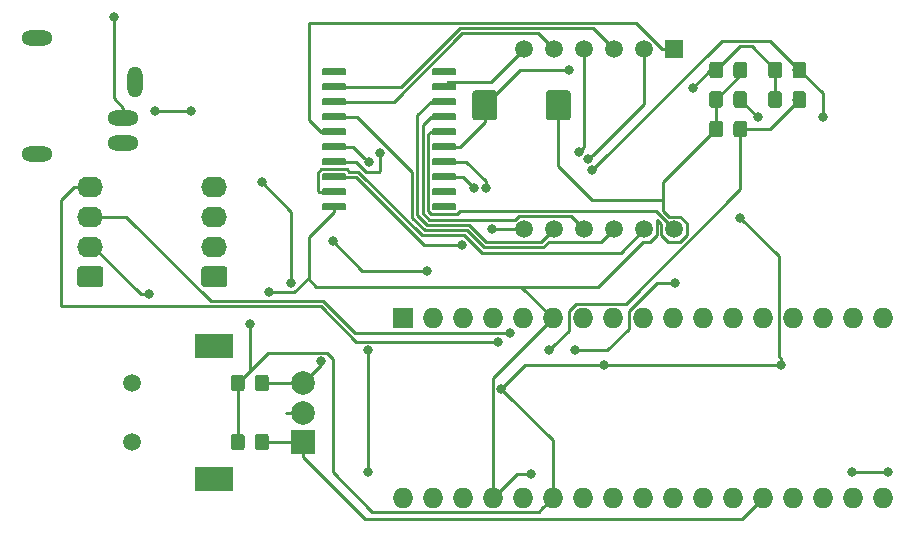
<source format=gbr>
G04 #@! TF.GenerationSoftware,KiCad,Pcbnew,(5.1.4)-1*
G04 #@! TF.CreationDate,2019-09-29T14:37:34-07:00*
G04 #@! TF.ProjectId,arduino-micro,61726475-696e-46f2-9d6d-6963726f2e6b,rev?*
G04 #@! TF.SameCoordinates,Original*
G04 #@! TF.FileFunction,Copper,L2,Bot*
G04 #@! TF.FilePolarity,Positive*
%FSLAX46Y46*%
G04 Gerber Fmt 4.6, Leading zero omitted, Abs format (unit mm)*
G04 Created by KiCad (PCBNEW (5.1.4)-1) date 2019-09-29 14:37:34*
%MOMM*%
%LPD*%
G04 APERTURE LIST*
%ADD10O,2.616000X1.308000*%
%ADD11O,1.308000X2.616000*%
%ADD12O,2.200000X1.740000*%
%ADD13C,0.100000*%
%ADD14C,1.740000*%
%ADD15C,2.075000*%
%ADD16O,1.727200X1.727200*%
%ADD17R,1.727200X1.727200*%
%ADD18C,1.500000*%
%ADD19R,1.500000X1.500000*%
%ADD20C,0.600000*%
%ADD21R,2.000000X2.000000*%
%ADD22C,2.000000*%
%ADD23R,3.200000X2.000000*%
%ADD24C,1.150000*%
%ADD25C,0.800000*%
%ADD26C,0.250000*%
G04 APERTURE END LIST*
D10*
X122300000Y-103200000D03*
X122300000Y-101100000D03*
D11*
X123250000Y-98000000D03*
D10*
X115000000Y-94300000D03*
X115000000Y-104100000D03*
D12*
X119500000Y-106880000D03*
X119500000Y-109420000D03*
X119500000Y-111960000D03*
D13*
G36*
X120374505Y-113631204D02*
G01*
X120398773Y-113634804D01*
X120422572Y-113640765D01*
X120445671Y-113649030D01*
X120467850Y-113659520D01*
X120488893Y-113672132D01*
X120508599Y-113686747D01*
X120526777Y-113703223D01*
X120543253Y-113721401D01*
X120557868Y-113741107D01*
X120570480Y-113762150D01*
X120580970Y-113784329D01*
X120589235Y-113807428D01*
X120595196Y-113831227D01*
X120598796Y-113855495D01*
X120600000Y-113879999D01*
X120600000Y-115120001D01*
X120598796Y-115144505D01*
X120595196Y-115168773D01*
X120589235Y-115192572D01*
X120580970Y-115215671D01*
X120570480Y-115237850D01*
X120557868Y-115258893D01*
X120543253Y-115278599D01*
X120526777Y-115296777D01*
X120508599Y-115313253D01*
X120488893Y-115327868D01*
X120467850Y-115340480D01*
X120445671Y-115350970D01*
X120422572Y-115359235D01*
X120398773Y-115365196D01*
X120374505Y-115368796D01*
X120350001Y-115370000D01*
X118649999Y-115370000D01*
X118625495Y-115368796D01*
X118601227Y-115365196D01*
X118577428Y-115359235D01*
X118554329Y-115350970D01*
X118532150Y-115340480D01*
X118511107Y-115327868D01*
X118491401Y-115313253D01*
X118473223Y-115296777D01*
X118456747Y-115278599D01*
X118442132Y-115258893D01*
X118429520Y-115237850D01*
X118419030Y-115215671D01*
X118410765Y-115192572D01*
X118404804Y-115168773D01*
X118401204Y-115144505D01*
X118400000Y-115120001D01*
X118400000Y-113879999D01*
X118401204Y-113855495D01*
X118404804Y-113831227D01*
X118410765Y-113807428D01*
X118419030Y-113784329D01*
X118429520Y-113762150D01*
X118442132Y-113741107D01*
X118456747Y-113721401D01*
X118473223Y-113703223D01*
X118491401Y-113686747D01*
X118511107Y-113672132D01*
X118532150Y-113659520D01*
X118554329Y-113649030D01*
X118577428Y-113640765D01*
X118601227Y-113634804D01*
X118625495Y-113631204D01*
X118649999Y-113630000D01*
X120350001Y-113630000D01*
X120374505Y-113631204D01*
X120374505Y-113631204D01*
G37*
D14*
X119500000Y-114500000D03*
D13*
G36*
X159924504Y-98726204D02*
G01*
X159948773Y-98729804D01*
X159972571Y-98735765D01*
X159995671Y-98744030D01*
X160017849Y-98754520D01*
X160038893Y-98767133D01*
X160058598Y-98781747D01*
X160076777Y-98798223D01*
X160093253Y-98816402D01*
X160107867Y-98836107D01*
X160120480Y-98857151D01*
X160130970Y-98879329D01*
X160139235Y-98902429D01*
X160145196Y-98926227D01*
X160148796Y-98950496D01*
X160150000Y-98975000D01*
X160150000Y-101025000D01*
X160148796Y-101049504D01*
X160145196Y-101073773D01*
X160139235Y-101097571D01*
X160130970Y-101120671D01*
X160120480Y-101142849D01*
X160107867Y-101163893D01*
X160093253Y-101183598D01*
X160076777Y-101201777D01*
X160058598Y-101218253D01*
X160038893Y-101232867D01*
X160017849Y-101245480D01*
X159995671Y-101255970D01*
X159972571Y-101264235D01*
X159948773Y-101270196D01*
X159924504Y-101273796D01*
X159900000Y-101275000D01*
X158325000Y-101275000D01*
X158300496Y-101273796D01*
X158276227Y-101270196D01*
X158252429Y-101264235D01*
X158229329Y-101255970D01*
X158207151Y-101245480D01*
X158186107Y-101232867D01*
X158166402Y-101218253D01*
X158148223Y-101201777D01*
X158131747Y-101183598D01*
X158117133Y-101163893D01*
X158104520Y-101142849D01*
X158094030Y-101120671D01*
X158085765Y-101097571D01*
X158079804Y-101073773D01*
X158076204Y-101049504D01*
X158075000Y-101025000D01*
X158075000Y-98975000D01*
X158076204Y-98950496D01*
X158079804Y-98926227D01*
X158085765Y-98902429D01*
X158094030Y-98879329D01*
X158104520Y-98857151D01*
X158117133Y-98836107D01*
X158131747Y-98816402D01*
X158148223Y-98798223D01*
X158166402Y-98781747D01*
X158186107Y-98767133D01*
X158207151Y-98754520D01*
X158229329Y-98744030D01*
X158252429Y-98735765D01*
X158276227Y-98729804D01*
X158300496Y-98726204D01*
X158325000Y-98725000D01*
X159900000Y-98725000D01*
X159924504Y-98726204D01*
X159924504Y-98726204D01*
G37*
D15*
X159112500Y-100000000D03*
D13*
G36*
X153699504Y-98726204D02*
G01*
X153723773Y-98729804D01*
X153747571Y-98735765D01*
X153770671Y-98744030D01*
X153792849Y-98754520D01*
X153813893Y-98767133D01*
X153833598Y-98781747D01*
X153851777Y-98798223D01*
X153868253Y-98816402D01*
X153882867Y-98836107D01*
X153895480Y-98857151D01*
X153905970Y-98879329D01*
X153914235Y-98902429D01*
X153920196Y-98926227D01*
X153923796Y-98950496D01*
X153925000Y-98975000D01*
X153925000Y-101025000D01*
X153923796Y-101049504D01*
X153920196Y-101073773D01*
X153914235Y-101097571D01*
X153905970Y-101120671D01*
X153895480Y-101142849D01*
X153882867Y-101163893D01*
X153868253Y-101183598D01*
X153851777Y-101201777D01*
X153833598Y-101218253D01*
X153813893Y-101232867D01*
X153792849Y-101245480D01*
X153770671Y-101255970D01*
X153747571Y-101264235D01*
X153723773Y-101270196D01*
X153699504Y-101273796D01*
X153675000Y-101275000D01*
X152100000Y-101275000D01*
X152075496Y-101273796D01*
X152051227Y-101270196D01*
X152027429Y-101264235D01*
X152004329Y-101255970D01*
X151982151Y-101245480D01*
X151961107Y-101232867D01*
X151941402Y-101218253D01*
X151923223Y-101201777D01*
X151906747Y-101183598D01*
X151892133Y-101163893D01*
X151879520Y-101142849D01*
X151869030Y-101120671D01*
X151860765Y-101097571D01*
X151854804Y-101073773D01*
X151851204Y-101049504D01*
X151850000Y-101025000D01*
X151850000Y-98975000D01*
X151851204Y-98950496D01*
X151854804Y-98926227D01*
X151860765Y-98902429D01*
X151869030Y-98879329D01*
X151879520Y-98857151D01*
X151892133Y-98836107D01*
X151906747Y-98816402D01*
X151923223Y-98798223D01*
X151941402Y-98781747D01*
X151961107Y-98767133D01*
X151982151Y-98754520D01*
X152004329Y-98744030D01*
X152027429Y-98735765D01*
X152051227Y-98729804D01*
X152075496Y-98726204D01*
X152100000Y-98725000D01*
X153675000Y-98725000D01*
X153699504Y-98726204D01*
X153699504Y-98726204D01*
G37*
D15*
X152887500Y-100000000D03*
D12*
X130000000Y-106880000D03*
X130000000Y-109420000D03*
X130000000Y-111960000D03*
D13*
G36*
X130874505Y-113631204D02*
G01*
X130898773Y-113634804D01*
X130922572Y-113640765D01*
X130945671Y-113649030D01*
X130967850Y-113659520D01*
X130988893Y-113672132D01*
X131008599Y-113686747D01*
X131026777Y-113703223D01*
X131043253Y-113721401D01*
X131057868Y-113741107D01*
X131070480Y-113762150D01*
X131080970Y-113784329D01*
X131089235Y-113807428D01*
X131095196Y-113831227D01*
X131098796Y-113855495D01*
X131100000Y-113879999D01*
X131100000Y-115120001D01*
X131098796Y-115144505D01*
X131095196Y-115168773D01*
X131089235Y-115192572D01*
X131080970Y-115215671D01*
X131070480Y-115237850D01*
X131057868Y-115258893D01*
X131043253Y-115278599D01*
X131026777Y-115296777D01*
X131008599Y-115313253D01*
X130988893Y-115327868D01*
X130967850Y-115340480D01*
X130945671Y-115350970D01*
X130922572Y-115359235D01*
X130898773Y-115365196D01*
X130874505Y-115368796D01*
X130850001Y-115370000D01*
X129149999Y-115370000D01*
X129125495Y-115368796D01*
X129101227Y-115365196D01*
X129077428Y-115359235D01*
X129054329Y-115350970D01*
X129032150Y-115340480D01*
X129011107Y-115327868D01*
X128991401Y-115313253D01*
X128973223Y-115296777D01*
X128956747Y-115278599D01*
X128942132Y-115258893D01*
X128929520Y-115237850D01*
X128919030Y-115215671D01*
X128910765Y-115192572D01*
X128904804Y-115168773D01*
X128901204Y-115144505D01*
X128900000Y-115120001D01*
X128900000Y-113879999D01*
X128901204Y-113855495D01*
X128904804Y-113831227D01*
X128910765Y-113807428D01*
X128919030Y-113784329D01*
X128929520Y-113762150D01*
X128942132Y-113741107D01*
X128956747Y-113721401D01*
X128973223Y-113703223D01*
X128991401Y-113686747D01*
X129011107Y-113672132D01*
X129032150Y-113659520D01*
X129054329Y-113649030D01*
X129077428Y-113640765D01*
X129101227Y-113634804D01*
X129125495Y-113631204D01*
X129149999Y-113630000D01*
X130850001Y-113630000D01*
X130874505Y-113631204D01*
X130874505Y-113631204D01*
G37*
D14*
X130000000Y-114500000D03*
D16*
X148480000Y-133240000D03*
X166260000Y-133240000D03*
X168800000Y-133240000D03*
X171340000Y-133240000D03*
X173880000Y-133240000D03*
X176420000Y-133240000D03*
X161180000Y-133240000D03*
X184040000Y-118000000D03*
X186580000Y-118000000D03*
X186580000Y-133240000D03*
X181500000Y-133240000D03*
X181500000Y-118000000D03*
X178960000Y-118000000D03*
X176420000Y-118000000D03*
X173880000Y-118000000D03*
X171340000Y-118000000D03*
X168800000Y-118000000D03*
X166260000Y-118000000D03*
X163720000Y-118000000D03*
X161180000Y-118000000D03*
X151020000Y-118000000D03*
X153560000Y-118000000D03*
X148480000Y-118000000D03*
X156100000Y-133240000D03*
X184040000Y-133240000D03*
X158640000Y-133240000D03*
X153560000Y-133240000D03*
X158640000Y-118000000D03*
X151020000Y-133240000D03*
X178960000Y-133240000D03*
X145940000Y-133240000D03*
D17*
X145940000Y-118000000D03*
D16*
X156100000Y-118000000D03*
X163720000Y-133240000D03*
D18*
X168910000Y-110490000D03*
X166370000Y-110490000D03*
X163830000Y-110490000D03*
X161290000Y-110490000D03*
X158750000Y-110490000D03*
X156210000Y-110490000D03*
X156210000Y-95250000D03*
X158750000Y-95250000D03*
X161290000Y-95250000D03*
X163830000Y-95250000D03*
X166370000Y-95250000D03*
D19*
X168910000Y-95250000D03*
D13*
G36*
X150319703Y-108285722D02*
G01*
X150334264Y-108287882D01*
X150348543Y-108291459D01*
X150362403Y-108296418D01*
X150375710Y-108302712D01*
X150388336Y-108310280D01*
X150400159Y-108319048D01*
X150411066Y-108328934D01*
X150420952Y-108339841D01*
X150429720Y-108351664D01*
X150437288Y-108364290D01*
X150443582Y-108377597D01*
X150448541Y-108391457D01*
X150452118Y-108405736D01*
X150454278Y-108420297D01*
X150455000Y-108435000D01*
X150455000Y-108735000D01*
X150454278Y-108749703D01*
X150452118Y-108764264D01*
X150448541Y-108778543D01*
X150443582Y-108792403D01*
X150437288Y-108805710D01*
X150429720Y-108818336D01*
X150420952Y-108830159D01*
X150411066Y-108841066D01*
X150400159Y-108850952D01*
X150388336Y-108859720D01*
X150375710Y-108867288D01*
X150362403Y-108873582D01*
X150348543Y-108878541D01*
X150334264Y-108882118D01*
X150319703Y-108884278D01*
X150305000Y-108885000D01*
X148555000Y-108885000D01*
X148540297Y-108884278D01*
X148525736Y-108882118D01*
X148511457Y-108878541D01*
X148497597Y-108873582D01*
X148484290Y-108867288D01*
X148471664Y-108859720D01*
X148459841Y-108850952D01*
X148448934Y-108841066D01*
X148439048Y-108830159D01*
X148430280Y-108818336D01*
X148422712Y-108805710D01*
X148416418Y-108792403D01*
X148411459Y-108778543D01*
X148407882Y-108764264D01*
X148405722Y-108749703D01*
X148405000Y-108735000D01*
X148405000Y-108435000D01*
X148405722Y-108420297D01*
X148407882Y-108405736D01*
X148411459Y-108391457D01*
X148416418Y-108377597D01*
X148422712Y-108364290D01*
X148430280Y-108351664D01*
X148439048Y-108339841D01*
X148448934Y-108328934D01*
X148459841Y-108319048D01*
X148471664Y-108310280D01*
X148484290Y-108302712D01*
X148497597Y-108296418D01*
X148511457Y-108291459D01*
X148525736Y-108287882D01*
X148540297Y-108285722D01*
X148555000Y-108285000D01*
X150305000Y-108285000D01*
X150319703Y-108285722D01*
X150319703Y-108285722D01*
G37*
D20*
X149430000Y-108585000D03*
D13*
G36*
X150319703Y-107015722D02*
G01*
X150334264Y-107017882D01*
X150348543Y-107021459D01*
X150362403Y-107026418D01*
X150375710Y-107032712D01*
X150388336Y-107040280D01*
X150400159Y-107049048D01*
X150411066Y-107058934D01*
X150420952Y-107069841D01*
X150429720Y-107081664D01*
X150437288Y-107094290D01*
X150443582Y-107107597D01*
X150448541Y-107121457D01*
X150452118Y-107135736D01*
X150454278Y-107150297D01*
X150455000Y-107165000D01*
X150455000Y-107465000D01*
X150454278Y-107479703D01*
X150452118Y-107494264D01*
X150448541Y-107508543D01*
X150443582Y-107522403D01*
X150437288Y-107535710D01*
X150429720Y-107548336D01*
X150420952Y-107560159D01*
X150411066Y-107571066D01*
X150400159Y-107580952D01*
X150388336Y-107589720D01*
X150375710Y-107597288D01*
X150362403Y-107603582D01*
X150348543Y-107608541D01*
X150334264Y-107612118D01*
X150319703Y-107614278D01*
X150305000Y-107615000D01*
X148555000Y-107615000D01*
X148540297Y-107614278D01*
X148525736Y-107612118D01*
X148511457Y-107608541D01*
X148497597Y-107603582D01*
X148484290Y-107597288D01*
X148471664Y-107589720D01*
X148459841Y-107580952D01*
X148448934Y-107571066D01*
X148439048Y-107560159D01*
X148430280Y-107548336D01*
X148422712Y-107535710D01*
X148416418Y-107522403D01*
X148411459Y-107508543D01*
X148407882Y-107494264D01*
X148405722Y-107479703D01*
X148405000Y-107465000D01*
X148405000Y-107165000D01*
X148405722Y-107150297D01*
X148407882Y-107135736D01*
X148411459Y-107121457D01*
X148416418Y-107107597D01*
X148422712Y-107094290D01*
X148430280Y-107081664D01*
X148439048Y-107069841D01*
X148448934Y-107058934D01*
X148459841Y-107049048D01*
X148471664Y-107040280D01*
X148484290Y-107032712D01*
X148497597Y-107026418D01*
X148511457Y-107021459D01*
X148525736Y-107017882D01*
X148540297Y-107015722D01*
X148555000Y-107015000D01*
X150305000Y-107015000D01*
X150319703Y-107015722D01*
X150319703Y-107015722D01*
G37*
D20*
X149430000Y-107315000D03*
D13*
G36*
X150319703Y-105745722D02*
G01*
X150334264Y-105747882D01*
X150348543Y-105751459D01*
X150362403Y-105756418D01*
X150375710Y-105762712D01*
X150388336Y-105770280D01*
X150400159Y-105779048D01*
X150411066Y-105788934D01*
X150420952Y-105799841D01*
X150429720Y-105811664D01*
X150437288Y-105824290D01*
X150443582Y-105837597D01*
X150448541Y-105851457D01*
X150452118Y-105865736D01*
X150454278Y-105880297D01*
X150455000Y-105895000D01*
X150455000Y-106195000D01*
X150454278Y-106209703D01*
X150452118Y-106224264D01*
X150448541Y-106238543D01*
X150443582Y-106252403D01*
X150437288Y-106265710D01*
X150429720Y-106278336D01*
X150420952Y-106290159D01*
X150411066Y-106301066D01*
X150400159Y-106310952D01*
X150388336Y-106319720D01*
X150375710Y-106327288D01*
X150362403Y-106333582D01*
X150348543Y-106338541D01*
X150334264Y-106342118D01*
X150319703Y-106344278D01*
X150305000Y-106345000D01*
X148555000Y-106345000D01*
X148540297Y-106344278D01*
X148525736Y-106342118D01*
X148511457Y-106338541D01*
X148497597Y-106333582D01*
X148484290Y-106327288D01*
X148471664Y-106319720D01*
X148459841Y-106310952D01*
X148448934Y-106301066D01*
X148439048Y-106290159D01*
X148430280Y-106278336D01*
X148422712Y-106265710D01*
X148416418Y-106252403D01*
X148411459Y-106238543D01*
X148407882Y-106224264D01*
X148405722Y-106209703D01*
X148405000Y-106195000D01*
X148405000Y-105895000D01*
X148405722Y-105880297D01*
X148407882Y-105865736D01*
X148411459Y-105851457D01*
X148416418Y-105837597D01*
X148422712Y-105824290D01*
X148430280Y-105811664D01*
X148439048Y-105799841D01*
X148448934Y-105788934D01*
X148459841Y-105779048D01*
X148471664Y-105770280D01*
X148484290Y-105762712D01*
X148497597Y-105756418D01*
X148511457Y-105751459D01*
X148525736Y-105747882D01*
X148540297Y-105745722D01*
X148555000Y-105745000D01*
X150305000Y-105745000D01*
X150319703Y-105745722D01*
X150319703Y-105745722D01*
G37*
D20*
X149430000Y-106045000D03*
D13*
G36*
X150319703Y-104475722D02*
G01*
X150334264Y-104477882D01*
X150348543Y-104481459D01*
X150362403Y-104486418D01*
X150375710Y-104492712D01*
X150388336Y-104500280D01*
X150400159Y-104509048D01*
X150411066Y-104518934D01*
X150420952Y-104529841D01*
X150429720Y-104541664D01*
X150437288Y-104554290D01*
X150443582Y-104567597D01*
X150448541Y-104581457D01*
X150452118Y-104595736D01*
X150454278Y-104610297D01*
X150455000Y-104625000D01*
X150455000Y-104925000D01*
X150454278Y-104939703D01*
X150452118Y-104954264D01*
X150448541Y-104968543D01*
X150443582Y-104982403D01*
X150437288Y-104995710D01*
X150429720Y-105008336D01*
X150420952Y-105020159D01*
X150411066Y-105031066D01*
X150400159Y-105040952D01*
X150388336Y-105049720D01*
X150375710Y-105057288D01*
X150362403Y-105063582D01*
X150348543Y-105068541D01*
X150334264Y-105072118D01*
X150319703Y-105074278D01*
X150305000Y-105075000D01*
X148555000Y-105075000D01*
X148540297Y-105074278D01*
X148525736Y-105072118D01*
X148511457Y-105068541D01*
X148497597Y-105063582D01*
X148484290Y-105057288D01*
X148471664Y-105049720D01*
X148459841Y-105040952D01*
X148448934Y-105031066D01*
X148439048Y-105020159D01*
X148430280Y-105008336D01*
X148422712Y-104995710D01*
X148416418Y-104982403D01*
X148411459Y-104968543D01*
X148407882Y-104954264D01*
X148405722Y-104939703D01*
X148405000Y-104925000D01*
X148405000Y-104625000D01*
X148405722Y-104610297D01*
X148407882Y-104595736D01*
X148411459Y-104581457D01*
X148416418Y-104567597D01*
X148422712Y-104554290D01*
X148430280Y-104541664D01*
X148439048Y-104529841D01*
X148448934Y-104518934D01*
X148459841Y-104509048D01*
X148471664Y-104500280D01*
X148484290Y-104492712D01*
X148497597Y-104486418D01*
X148511457Y-104481459D01*
X148525736Y-104477882D01*
X148540297Y-104475722D01*
X148555000Y-104475000D01*
X150305000Y-104475000D01*
X150319703Y-104475722D01*
X150319703Y-104475722D01*
G37*
D20*
X149430000Y-104775000D03*
D13*
G36*
X150319703Y-103205722D02*
G01*
X150334264Y-103207882D01*
X150348543Y-103211459D01*
X150362403Y-103216418D01*
X150375710Y-103222712D01*
X150388336Y-103230280D01*
X150400159Y-103239048D01*
X150411066Y-103248934D01*
X150420952Y-103259841D01*
X150429720Y-103271664D01*
X150437288Y-103284290D01*
X150443582Y-103297597D01*
X150448541Y-103311457D01*
X150452118Y-103325736D01*
X150454278Y-103340297D01*
X150455000Y-103355000D01*
X150455000Y-103655000D01*
X150454278Y-103669703D01*
X150452118Y-103684264D01*
X150448541Y-103698543D01*
X150443582Y-103712403D01*
X150437288Y-103725710D01*
X150429720Y-103738336D01*
X150420952Y-103750159D01*
X150411066Y-103761066D01*
X150400159Y-103770952D01*
X150388336Y-103779720D01*
X150375710Y-103787288D01*
X150362403Y-103793582D01*
X150348543Y-103798541D01*
X150334264Y-103802118D01*
X150319703Y-103804278D01*
X150305000Y-103805000D01*
X148555000Y-103805000D01*
X148540297Y-103804278D01*
X148525736Y-103802118D01*
X148511457Y-103798541D01*
X148497597Y-103793582D01*
X148484290Y-103787288D01*
X148471664Y-103779720D01*
X148459841Y-103770952D01*
X148448934Y-103761066D01*
X148439048Y-103750159D01*
X148430280Y-103738336D01*
X148422712Y-103725710D01*
X148416418Y-103712403D01*
X148411459Y-103698543D01*
X148407882Y-103684264D01*
X148405722Y-103669703D01*
X148405000Y-103655000D01*
X148405000Y-103355000D01*
X148405722Y-103340297D01*
X148407882Y-103325736D01*
X148411459Y-103311457D01*
X148416418Y-103297597D01*
X148422712Y-103284290D01*
X148430280Y-103271664D01*
X148439048Y-103259841D01*
X148448934Y-103248934D01*
X148459841Y-103239048D01*
X148471664Y-103230280D01*
X148484290Y-103222712D01*
X148497597Y-103216418D01*
X148511457Y-103211459D01*
X148525736Y-103207882D01*
X148540297Y-103205722D01*
X148555000Y-103205000D01*
X150305000Y-103205000D01*
X150319703Y-103205722D01*
X150319703Y-103205722D01*
G37*
D20*
X149430000Y-103505000D03*
D13*
G36*
X150319703Y-101935722D02*
G01*
X150334264Y-101937882D01*
X150348543Y-101941459D01*
X150362403Y-101946418D01*
X150375710Y-101952712D01*
X150388336Y-101960280D01*
X150400159Y-101969048D01*
X150411066Y-101978934D01*
X150420952Y-101989841D01*
X150429720Y-102001664D01*
X150437288Y-102014290D01*
X150443582Y-102027597D01*
X150448541Y-102041457D01*
X150452118Y-102055736D01*
X150454278Y-102070297D01*
X150455000Y-102085000D01*
X150455000Y-102385000D01*
X150454278Y-102399703D01*
X150452118Y-102414264D01*
X150448541Y-102428543D01*
X150443582Y-102442403D01*
X150437288Y-102455710D01*
X150429720Y-102468336D01*
X150420952Y-102480159D01*
X150411066Y-102491066D01*
X150400159Y-102500952D01*
X150388336Y-102509720D01*
X150375710Y-102517288D01*
X150362403Y-102523582D01*
X150348543Y-102528541D01*
X150334264Y-102532118D01*
X150319703Y-102534278D01*
X150305000Y-102535000D01*
X148555000Y-102535000D01*
X148540297Y-102534278D01*
X148525736Y-102532118D01*
X148511457Y-102528541D01*
X148497597Y-102523582D01*
X148484290Y-102517288D01*
X148471664Y-102509720D01*
X148459841Y-102500952D01*
X148448934Y-102491066D01*
X148439048Y-102480159D01*
X148430280Y-102468336D01*
X148422712Y-102455710D01*
X148416418Y-102442403D01*
X148411459Y-102428543D01*
X148407882Y-102414264D01*
X148405722Y-102399703D01*
X148405000Y-102385000D01*
X148405000Y-102085000D01*
X148405722Y-102070297D01*
X148407882Y-102055736D01*
X148411459Y-102041457D01*
X148416418Y-102027597D01*
X148422712Y-102014290D01*
X148430280Y-102001664D01*
X148439048Y-101989841D01*
X148448934Y-101978934D01*
X148459841Y-101969048D01*
X148471664Y-101960280D01*
X148484290Y-101952712D01*
X148497597Y-101946418D01*
X148511457Y-101941459D01*
X148525736Y-101937882D01*
X148540297Y-101935722D01*
X148555000Y-101935000D01*
X150305000Y-101935000D01*
X150319703Y-101935722D01*
X150319703Y-101935722D01*
G37*
D20*
X149430000Y-102235000D03*
D13*
G36*
X150319703Y-100665722D02*
G01*
X150334264Y-100667882D01*
X150348543Y-100671459D01*
X150362403Y-100676418D01*
X150375710Y-100682712D01*
X150388336Y-100690280D01*
X150400159Y-100699048D01*
X150411066Y-100708934D01*
X150420952Y-100719841D01*
X150429720Y-100731664D01*
X150437288Y-100744290D01*
X150443582Y-100757597D01*
X150448541Y-100771457D01*
X150452118Y-100785736D01*
X150454278Y-100800297D01*
X150455000Y-100815000D01*
X150455000Y-101115000D01*
X150454278Y-101129703D01*
X150452118Y-101144264D01*
X150448541Y-101158543D01*
X150443582Y-101172403D01*
X150437288Y-101185710D01*
X150429720Y-101198336D01*
X150420952Y-101210159D01*
X150411066Y-101221066D01*
X150400159Y-101230952D01*
X150388336Y-101239720D01*
X150375710Y-101247288D01*
X150362403Y-101253582D01*
X150348543Y-101258541D01*
X150334264Y-101262118D01*
X150319703Y-101264278D01*
X150305000Y-101265000D01*
X148555000Y-101265000D01*
X148540297Y-101264278D01*
X148525736Y-101262118D01*
X148511457Y-101258541D01*
X148497597Y-101253582D01*
X148484290Y-101247288D01*
X148471664Y-101239720D01*
X148459841Y-101230952D01*
X148448934Y-101221066D01*
X148439048Y-101210159D01*
X148430280Y-101198336D01*
X148422712Y-101185710D01*
X148416418Y-101172403D01*
X148411459Y-101158543D01*
X148407882Y-101144264D01*
X148405722Y-101129703D01*
X148405000Y-101115000D01*
X148405000Y-100815000D01*
X148405722Y-100800297D01*
X148407882Y-100785736D01*
X148411459Y-100771457D01*
X148416418Y-100757597D01*
X148422712Y-100744290D01*
X148430280Y-100731664D01*
X148439048Y-100719841D01*
X148448934Y-100708934D01*
X148459841Y-100699048D01*
X148471664Y-100690280D01*
X148484290Y-100682712D01*
X148497597Y-100676418D01*
X148511457Y-100671459D01*
X148525736Y-100667882D01*
X148540297Y-100665722D01*
X148555000Y-100665000D01*
X150305000Y-100665000D01*
X150319703Y-100665722D01*
X150319703Y-100665722D01*
G37*
D20*
X149430000Y-100965000D03*
D13*
G36*
X150319703Y-99395722D02*
G01*
X150334264Y-99397882D01*
X150348543Y-99401459D01*
X150362403Y-99406418D01*
X150375710Y-99412712D01*
X150388336Y-99420280D01*
X150400159Y-99429048D01*
X150411066Y-99438934D01*
X150420952Y-99449841D01*
X150429720Y-99461664D01*
X150437288Y-99474290D01*
X150443582Y-99487597D01*
X150448541Y-99501457D01*
X150452118Y-99515736D01*
X150454278Y-99530297D01*
X150455000Y-99545000D01*
X150455000Y-99845000D01*
X150454278Y-99859703D01*
X150452118Y-99874264D01*
X150448541Y-99888543D01*
X150443582Y-99902403D01*
X150437288Y-99915710D01*
X150429720Y-99928336D01*
X150420952Y-99940159D01*
X150411066Y-99951066D01*
X150400159Y-99960952D01*
X150388336Y-99969720D01*
X150375710Y-99977288D01*
X150362403Y-99983582D01*
X150348543Y-99988541D01*
X150334264Y-99992118D01*
X150319703Y-99994278D01*
X150305000Y-99995000D01*
X148555000Y-99995000D01*
X148540297Y-99994278D01*
X148525736Y-99992118D01*
X148511457Y-99988541D01*
X148497597Y-99983582D01*
X148484290Y-99977288D01*
X148471664Y-99969720D01*
X148459841Y-99960952D01*
X148448934Y-99951066D01*
X148439048Y-99940159D01*
X148430280Y-99928336D01*
X148422712Y-99915710D01*
X148416418Y-99902403D01*
X148411459Y-99888543D01*
X148407882Y-99874264D01*
X148405722Y-99859703D01*
X148405000Y-99845000D01*
X148405000Y-99545000D01*
X148405722Y-99530297D01*
X148407882Y-99515736D01*
X148411459Y-99501457D01*
X148416418Y-99487597D01*
X148422712Y-99474290D01*
X148430280Y-99461664D01*
X148439048Y-99449841D01*
X148448934Y-99438934D01*
X148459841Y-99429048D01*
X148471664Y-99420280D01*
X148484290Y-99412712D01*
X148497597Y-99406418D01*
X148511457Y-99401459D01*
X148525736Y-99397882D01*
X148540297Y-99395722D01*
X148555000Y-99395000D01*
X150305000Y-99395000D01*
X150319703Y-99395722D01*
X150319703Y-99395722D01*
G37*
D20*
X149430000Y-99695000D03*
D13*
G36*
X150319703Y-98125722D02*
G01*
X150334264Y-98127882D01*
X150348543Y-98131459D01*
X150362403Y-98136418D01*
X150375710Y-98142712D01*
X150388336Y-98150280D01*
X150400159Y-98159048D01*
X150411066Y-98168934D01*
X150420952Y-98179841D01*
X150429720Y-98191664D01*
X150437288Y-98204290D01*
X150443582Y-98217597D01*
X150448541Y-98231457D01*
X150452118Y-98245736D01*
X150454278Y-98260297D01*
X150455000Y-98275000D01*
X150455000Y-98575000D01*
X150454278Y-98589703D01*
X150452118Y-98604264D01*
X150448541Y-98618543D01*
X150443582Y-98632403D01*
X150437288Y-98645710D01*
X150429720Y-98658336D01*
X150420952Y-98670159D01*
X150411066Y-98681066D01*
X150400159Y-98690952D01*
X150388336Y-98699720D01*
X150375710Y-98707288D01*
X150362403Y-98713582D01*
X150348543Y-98718541D01*
X150334264Y-98722118D01*
X150319703Y-98724278D01*
X150305000Y-98725000D01*
X148555000Y-98725000D01*
X148540297Y-98724278D01*
X148525736Y-98722118D01*
X148511457Y-98718541D01*
X148497597Y-98713582D01*
X148484290Y-98707288D01*
X148471664Y-98699720D01*
X148459841Y-98690952D01*
X148448934Y-98681066D01*
X148439048Y-98670159D01*
X148430280Y-98658336D01*
X148422712Y-98645710D01*
X148416418Y-98632403D01*
X148411459Y-98618543D01*
X148407882Y-98604264D01*
X148405722Y-98589703D01*
X148405000Y-98575000D01*
X148405000Y-98275000D01*
X148405722Y-98260297D01*
X148407882Y-98245736D01*
X148411459Y-98231457D01*
X148416418Y-98217597D01*
X148422712Y-98204290D01*
X148430280Y-98191664D01*
X148439048Y-98179841D01*
X148448934Y-98168934D01*
X148459841Y-98159048D01*
X148471664Y-98150280D01*
X148484290Y-98142712D01*
X148497597Y-98136418D01*
X148511457Y-98131459D01*
X148525736Y-98127882D01*
X148540297Y-98125722D01*
X148555000Y-98125000D01*
X150305000Y-98125000D01*
X150319703Y-98125722D01*
X150319703Y-98125722D01*
G37*
D20*
X149430000Y-98425000D03*
D13*
G36*
X150319703Y-96855722D02*
G01*
X150334264Y-96857882D01*
X150348543Y-96861459D01*
X150362403Y-96866418D01*
X150375710Y-96872712D01*
X150388336Y-96880280D01*
X150400159Y-96889048D01*
X150411066Y-96898934D01*
X150420952Y-96909841D01*
X150429720Y-96921664D01*
X150437288Y-96934290D01*
X150443582Y-96947597D01*
X150448541Y-96961457D01*
X150452118Y-96975736D01*
X150454278Y-96990297D01*
X150455000Y-97005000D01*
X150455000Y-97305000D01*
X150454278Y-97319703D01*
X150452118Y-97334264D01*
X150448541Y-97348543D01*
X150443582Y-97362403D01*
X150437288Y-97375710D01*
X150429720Y-97388336D01*
X150420952Y-97400159D01*
X150411066Y-97411066D01*
X150400159Y-97420952D01*
X150388336Y-97429720D01*
X150375710Y-97437288D01*
X150362403Y-97443582D01*
X150348543Y-97448541D01*
X150334264Y-97452118D01*
X150319703Y-97454278D01*
X150305000Y-97455000D01*
X148555000Y-97455000D01*
X148540297Y-97454278D01*
X148525736Y-97452118D01*
X148511457Y-97448541D01*
X148497597Y-97443582D01*
X148484290Y-97437288D01*
X148471664Y-97429720D01*
X148459841Y-97420952D01*
X148448934Y-97411066D01*
X148439048Y-97400159D01*
X148430280Y-97388336D01*
X148422712Y-97375710D01*
X148416418Y-97362403D01*
X148411459Y-97348543D01*
X148407882Y-97334264D01*
X148405722Y-97319703D01*
X148405000Y-97305000D01*
X148405000Y-97005000D01*
X148405722Y-96990297D01*
X148407882Y-96975736D01*
X148411459Y-96961457D01*
X148416418Y-96947597D01*
X148422712Y-96934290D01*
X148430280Y-96921664D01*
X148439048Y-96909841D01*
X148448934Y-96898934D01*
X148459841Y-96889048D01*
X148471664Y-96880280D01*
X148484290Y-96872712D01*
X148497597Y-96866418D01*
X148511457Y-96861459D01*
X148525736Y-96857882D01*
X148540297Y-96855722D01*
X148555000Y-96855000D01*
X150305000Y-96855000D01*
X150319703Y-96855722D01*
X150319703Y-96855722D01*
G37*
D20*
X149430000Y-97155000D03*
D13*
G36*
X141019703Y-96855722D02*
G01*
X141034264Y-96857882D01*
X141048543Y-96861459D01*
X141062403Y-96866418D01*
X141075710Y-96872712D01*
X141088336Y-96880280D01*
X141100159Y-96889048D01*
X141111066Y-96898934D01*
X141120952Y-96909841D01*
X141129720Y-96921664D01*
X141137288Y-96934290D01*
X141143582Y-96947597D01*
X141148541Y-96961457D01*
X141152118Y-96975736D01*
X141154278Y-96990297D01*
X141155000Y-97005000D01*
X141155000Y-97305000D01*
X141154278Y-97319703D01*
X141152118Y-97334264D01*
X141148541Y-97348543D01*
X141143582Y-97362403D01*
X141137288Y-97375710D01*
X141129720Y-97388336D01*
X141120952Y-97400159D01*
X141111066Y-97411066D01*
X141100159Y-97420952D01*
X141088336Y-97429720D01*
X141075710Y-97437288D01*
X141062403Y-97443582D01*
X141048543Y-97448541D01*
X141034264Y-97452118D01*
X141019703Y-97454278D01*
X141005000Y-97455000D01*
X139255000Y-97455000D01*
X139240297Y-97454278D01*
X139225736Y-97452118D01*
X139211457Y-97448541D01*
X139197597Y-97443582D01*
X139184290Y-97437288D01*
X139171664Y-97429720D01*
X139159841Y-97420952D01*
X139148934Y-97411066D01*
X139139048Y-97400159D01*
X139130280Y-97388336D01*
X139122712Y-97375710D01*
X139116418Y-97362403D01*
X139111459Y-97348543D01*
X139107882Y-97334264D01*
X139105722Y-97319703D01*
X139105000Y-97305000D01*
X139105000Y-97005000D01*
X139105722Y-96990297D01*
X139107882Y-96975736D01*
X139111459Y-96961457D01*
X139116418Y-96947597D01*
X139122712Y-96934290D01*
X139130280Y-96921664D01*
X139139048Y-96909841D01*
X139148934Y-96898934D01*
X139159841Y-96889048D01*
X139171664Y-96880280D01*
X139184290Y-96872712D01*
X139197597Y-96866418D01*
X139211457Y-96861459D01*
X139225736Y-96857882D01*
X139240297Y-96855722D01*
X139255000Y-96855000D01*
X141005000Y-96855000D01*
X141019703Y-96855722D01*
X141019703Y-96855722D01*
G37*
D20*
X140130000Y-97155000D03*
D13*
G36*
X141019703Y-98125722D02*
G01*
X141034264Y-98127882D01*
X141048543Y-98131459D01*
X141062403Y-98136418D01*
X141075710Y-98142712D01*
X141088336Y-98150280D01*
X141100159Y-98159048D01*
X141111066Y-98168934D01*
X141120952Y-98179841D01*
X141129720Y-98191664D01*
X141137288Y-98204290D01*
X141143582Y-98217597D01*
X141148541Y-98231457D01*
X141152118Y-98245736D01*
X141154278Y-98260297D01*
X141155000Y-98275000D01*
X141155000Y-98575000D01*
X141154278Y-98589703D01*
X141152118Y-98604264D01*
X141148541Y-98618543D01*
X141143582Y-98632403D01*
X141137288Y-98645710D01*
X141129720Y-98658336D01*
X141120952Y-98670159D01*
X141111066Y-98681066D01*
X141100159Y-98690952D01*
X141088336Y-98699720D01*
X141075710Y-98707288D01*
X141062403Y-98713582D01*
X141048543Y-98718541D01*
X141034264Y-98722118D01*
X141019703Y-98724278D01*
X141005000Y-98725000D01*
X139255000Y-98725000D01*
X139240297Y-98724278D01*
X139225736Y-98722118D01*
X139211457Y-98718541D01*
X139197597Y-98713582D01*
X139184290Y-98707288D01*
X139171664Y-98699720D01*
X139159841Y-98690952D01*
X139148934Y-98681066D01*
X139139048Y-98670159D01*
X139130280Y-98658336D01*
X139122712Y-98645710D01*
X139116418Y-98632403D01*
X139111459Y-98618543D01*
X139107882Y-98604264D01*
X139105722Y-98589703D01*
X139105000Y-98575000D01*
X139105000Y-98275000D01*
X139105722Y-98260297D01*
X139107882Y-98245736D01*
X139111459Y-98231457D01*
X139116418Y-98217597D01*
X139122712Y-98204290D01*
X139130280Y-98191664D01*
X139139048Y-98179841D01*
X139148934Y-98168934D01*
X139159841Y-98159048D01*
X139171664Y-98150280D01*
X139184290Y-98142712D01*
X139197597Y-98136418D01*
X139211457Y-98131459D01*
X139225736Y-98127882D01*
X139240297Y-98125722D01*
X139255000Y-98125000D01*
X141005000Y-98125000D01*
X141019703Y-98125722D01*
X141019703Y-98125722D01*
G37*
D20*
X140130000Y-98425000D03*
D13*
G36*
X141019703Y-99395722D02*
G01*
X141034264Y-99397882D01*
X141048543Y-99401459D01*
X141062403Y-99406418D01*
X141075710Y-99412712D01*
X141088336Y-99420280D01*
X141100159Y-99429048D01*
X141111066Y-99438934D01*
X141120952Y-99449841D01*
X141129720Y-99461664D01*
X141137288Y-99474290D01*
X141143582Y-99487597D01*
X141148541Y-99501457D01*
X141152118Y-99515736D01*
X141154278Y-99530297D01*
X141155000Y-99545000D01*
X141155000Y-99845000D01*
X141154278Y-99859703D01*
X141152118Y-99874264D01*
X141148541Y-99888543D01*
X141143582Y-99902403D01*
X141137288Y-99915710D01*
X141129720Y-99928336D01*
X141120952Y-99940159D01*
X141111066Y-99951066D01*
X141100159Y-99960952D01*
X141088336Y-99969720D01*
X141075710Y-99977288D01*
X141062403Y-99983582D01*
X141048543Y-99988541D01*
X141034264Y-99992118D01*
X141019703Y-99994278D01*
X141005000Y-99995000D01*
X139255000Y-99995000D01*
X139240297Y-99994278D01*
X139225736Y-99992118D01*
X139211457Y-99988541D01*
X139197597Y-99983582D01*
X139184290Y-99977288D01*
X139171664Y-99969720D01*
X139159841Y-99960952D01*
X139148934Y-99951066D01*
X139139048Y-99940159D01*
X139130280Y-99928336D01*
X139122712Y-99915710D01*
X139116418Y-99902403D01*
X139111459Y-99888543D01*
X139107882Y-99874264D01*
X139105722Y-99859703D01*
X139105000Y-99845000D01*
X139105000Y-99545000D01*
X139105722Y-99530297D01*
X139107882Y-99515736D01*
X139111459Y-99501457D01*
X139116418Y-99487597D01*
X139122712Y-99474290D01*
X139130280Y-99461664D01*
X139139048Y-99449841D01*
X139148934Y-99438934D01*
X139159841Y-99429048D01*
X139171664Y-99420280D01*
X139184290Y-99412712D01*
X139197597Y-99406418D01*
X139211457Y-99401459D01*
X139225736Y-99397882D01*
X139240297Y-99395722D01*
X139255000Y-99395000D01*
X141005000Y-99395000D01*
X141019703Y-99395722D01*
X141019703Y-99395722D01*
G37*
D20*
X140130000Y-99695000D03*
D13*
G36*
X141019703Y-100665722D02*
G01*
X141034264Y-100667882D01*
X141048543Y-100671459D01*
X141062403Y-100676418D01*
X141075710Y-100682712D01*
X141088336Y-100690280D01*
X141100159Y-100699048D01*
X141111066Y-100708934D01*
X141120952Y-100719841D01*
X141129720Y-100731664D01*
X141137288Y-100744290D01*
X141143582Y-100757597D01*
X141148541Y-100771457D01*
X141152118Y-100785736D01*
X141154278Y-100800297D01*
X141155000Y-100815000D01*
X141155000Y-101115000D01*
X141154278Y-101129703D01*
X141152118Y-101144264D01*
X141148541Y-101158543D01*
X141143582Y-101172403D01*
X141137288Y-101185710D01*
X141129720Y-101198336D01*
X141120952Y-101210159D01*
X141111066Y-101221066D01*
X141100159Y-101230952D01*
X141088336Y-101239720D01*
X141075710Y-101247288D01*
X141062403Y-101253582D01*
X141048543Y-101258541D01*
X141034264Y-101262118D01*
X141019703Y-101264278D01*
X141005000Y-101265000D01*
X139255000Y-101265000D01*
X139240297Y-101264278D01*
X139225736Y-101262118D01*
X139211457Y-101258541D01*
X139197597Y-101253582D01*
X139184290Y-101247288D01*
X139171664Y-101239720D01*
X139159841Y-101230952D01*
X139148934Y-101221066D01*
X139139048Y-101210159D01*
X139130280Y-101198336D01*
X139122712Y-101185710D01*
X139116418Y-101172403D01*
X139111459Y-101158543D01*
X139107882Y-101144264D01*
X139105722Y-101129703D01*
X139105000Y-101115000D01*
X139105000Y-100815000D01*
X139105722Y-100800297D01*
X139107882Y-100785736D01*
X139111459Y-100771457D01*
X139116418Y-100757597D01*
X139122712Y-100744290D01*
X139130280Y-100731664D01*
X139139048Y-100719841D01*
X139148934Y-100708934D01*
X139159841Y-100699048D01*
X139171664Y-100690280D01*
X139184290Y-100682712D01*
X139197597Y-100676418D01*
X139211457Y-100671459D01*
X139225736Y-100667882D01*
X139240297Y-100665722D01*
X139255000Y-100665000D01*
X141005000Y-100665000D01*
X141019703Y-100665722D01*
X141019703Y-100665722D01*
G37*
D20*
X140130000Y-100965000D03*
D13*
G36*
X141019703Y-101935722D02*
G01*
X141034264Y-101937882D01*
X141048543Y-101941459D01*
X141062403Y-101946418D01*
X141075710Y-101952712D01*
X141088336Y-101960280D01*
X141100159Y-101969048D01*
X141111066Y-101978934D01*
X141120952Y-101989841D01*
X141129720Y-102001664D01*
X141137288Y-102014290D01*
X141143582Y-102027597D01*
X141148541Y-102041457D01*
X141152118Y-102055736D01*
X141154278Y-102070297D01*
X141155000Y-102085000D01*
X141155000Y-102385000D01*
X141154278Y-102399703D01*
X141152118Y-102414264D01*
X141148541Y-102428543D01*
X141143582Y-102442403D01*
X141137288Y-102455710D01*
X141129720Y-102468336D01*
X141120952Y-102480159D01*
X141111066Y-102491066D01*
X141100159Y-102500952D01*
X141088336Y-102509720D01*
X141075710Y-102517288D01*
X141062403Y-102523582D01*
X141048543Y-102528541D01*
X141034264Y-102532118D01*
X141019703Y-102534278D01*
X141005000Y-102535000D01*
X139255000Y-102535000D01*
X139240297Y-102534278D01*
X139225736Y-102532118D01*
X139211457Y-102528541D01*
X139197597Y-102523582D01*
X139184290Y-102517288D01*
X139171664Y-102509720D01*
X139159841Y-102500952D01*
X139148934Y-102491066D01*
X139139048Y-102480159D01*
X139130280Y-102468336D01*
X139122712Y-102455710D01*
X139116418Y-102442403D01*
X139111459Y-102428543D01*
X139107882Y-102414264D01*
X139105722Y-102399703D01*
X139105000Y-102385000D01*
X139105000Y-102085000D01*
X139105722Y-102070297D01*
X139107882Y-102055736D01*
X139111459Y-102041457D01*
X139116418Y-102027597D01*
X139122712Y-102014290D01*
X139130280Y-102001664D01*
X139139048Y-101989841D01*
X139148934Y-101978934D01*
X139159841Y-101969048D01*
X139171664Y-101960280D01*
X139184290Y-101952712D01*
X139197597Y-101946418D01*
X139211457Y-101941459D01*
X139225736Y-101937882D01*
X139240297Y-101935722D01*
X139255000Y-101935000D01*
X141005000Y-101935000D01*
X141019703Y-101935722D01*
X141019703Y-101935722D01*
G37*
D20*
X140130000Y-102235000D03*
D13*
G36*
X141019703Y-103205722D02*
G01*
X141034264Y-103207882D01*
X141048543Y-103211459D01*
X141062403Y-103216418D01*
X141075710Y-103222712D01*
X141088336Y-103230280D01*
X141100159Y-103239048D01*
X141111066Y-103248934D01*
X141120952Y-103259841D01*
X141129720Y-103271664D01*
X141137288Y-103284290D01*
X141143582Y-103297597D01*
X141148541Y-103311457D01*
X141152118Y-103325736D01*
X141154278Y-103340297D01*
X141155000Y-103355000D01*
X141155000Y-103655000D01*
X141154278Y-103669703D01*
X141152118Y-103684264D01*
X141148541Y-103698543D01*
X141143582Y-103712403D01*
X141137288Y-103725710D01*
X141129720Y-103738336D01*
X141120952Y-103750159D01*
X141111066Y-103761066D01*
X141100159Y-103770952D01*
X141088336Y-103779720D01*
X141075710Y-103787288D01*
X141062403Y-103793582D01*
X141048543Y-103798541D01*
X141034264Y-103802118D01*
X141019703Y-103804278D01*
X141005000Y-103805000D01*
X139255000Y-103805000D01*
X139240297Y-103804278D01*
X139225736Y-103802118D01*
X139211457Y-103798541D01*
X139197597Y-103793582D01*
X139184290Y-103787288D01*
X139171664Y-103779720D01*
X139159841Y-103770952D01*
X139148934Y-103761066D01*
X139139048Y-103750159D01*
X139130280Y-103738336D01*
X139122712Y-103725710D01*
X139116418Y-103712403D01*
X139111459Y-103698543D01*
X139107882Y-103684264D01*
X139105722Y-103669703D01*
X139105000Y-103655000D01*
X139105000Y-103355000D01*
X139105722Y-103340297D01*
X139107882Y-103325736D01*
X139111459Y-103311457D01*
X139116418Y-103297597D01*
X139122712Y-103284290D01*
X139130280Y-103271664D01*
X139139048Y-103259841D01*
X139148934Y-103248934D01*
X139159841Y-103239048D01*
X139171664Y-103230280D01*
X139184290Y-103222712D01*
X139197597Y-103216418D01*
X139211457Y-103211459D01*
X139225736Y-103207882D01*
X139240297Y-103205722D01*
X139255000Y-103205000D01*
X141005000Y-103205000D01*
X141019703Y-103205722D01*
X141019703Y-103205722D01*
G37*
D20*
X140130000Y-103505000D03*
D13*
G36*
X141019703Y-104475722D02*
G01*
X141034264Y-104477882D01*
X141048543Y-104481459D01*
X141062403Y-104486418D01*
X141075710Y-104492712D01*
X141088336Y-104500280D01*
X141100159Y-104509048D01*
X141111066Y-104518934D01*
X141120952Y-104529841D01*
X141129720Y-104541664D01*
X141137288Y-104554290D01*
X141143582Y-104567597D01*
X141148541Y-104581457D01*
X141152118Y-104595736D01*
X141154278Y-104610297D01*
X141155000Y-104625000D01*
X141155000Y-104925000D01*
X141154278Y-104939703D01*
X141152118Y-104954264D01*
X141148541Y-104968543D01*
X141143582Y-104982403D01*
X141137288Y-104995710D01*
X141129720Y-105008336D01*
X141120952Y-105020159D01*
X141111066Y-105031066D01*
X141100159Y-105040952D01*
X141088336Y-105049720D01*
X141075710Y-105057288D01*
X141062403Y-105063582D01*
X141048543Y-105068541D01*
X141034264Y-105072118D01*
X141019703Y-105074278D01*
X141005000Y-105075000D01*
X139255000Y-105075000D01*
X139240297Y-105074278D01*
X139225736Y-105072118D01*
X139211457Y-105068541D01*
X139197597Y-105063582D01*
X139184290Y-105057288D01*
X139171664Y-105049720D01*
X139159841Y-105040952D01*
X139148934Y-105031066D01*
X139139048Y-105020159D01*
X139130280Y-105008336D01*
X139122712Y-104995710D01*
X139116418Y-104982403D01*
X139111459Y-104968543D01*
X139107882Y-104954264D01*
X139105722Y-104939703D01*
X139105000Y-104925000D01*
X139105000Y-104625000D01*
X139105722Y-104610297D01*
X139107882Y-104595736D01*
X139111459Y-104581457D01*
X139116418Y-104567597D01*
X139122712Y-104554290D01*
X139130280Y-104541664D01*
X139139048Y-104529841D01*
X139148934Y-104518934D01*
X139159841Y-104509048D01*
X139171664Y-104500280D01*
X139184290Y-104492712D01*
X139197597Y-104486418D01*
X139211457Y-104481459D01*
X139225736Y-104477882D01*
X139240297Y-104475722D01*
X139255000Y-104475000D01*
X141005000Y-104475000D01*
X141019703Y-104475722D01*
X141019703Y-104475722D01*
G37*
D20*
X140130000Y-104775000D03*
D13*
G36*
X141019703Y-105745722D02*
G01*
X141034264Y-105747882D01*
X141048543Y-105751459D01*
X141062403Y-105756418D01*
X141075710Y-105762712D01*
X141088336Y-105770280D01*
X141100159Y-105779048D01*
X141111066Y-105788934D01*
X141120952Y-105799841D01*
X141129720Y-105811664D01*
X141137288Y-105824290D01*
X141143582Y-105837597D01*
X141148541Y-105851457D01*
X141152118Y-105865736D01*
X141154278Y-105880297D01*
X141155000Y-105895000D01*
X141155000Y-106195000D01*
X141154278Y-106209703D01*
X141152118Y-106224264D01*
X141148541Y-106238543D01*
X141143582Y-106252403D01*
X141137288Y-106265710D01*
X141129720Y-106278336D01*
X141120952Y-106290159D01*
X141111066Y-106301066D01*
X141100159Y-106310952D01*
X141088336Y-106319720D01*
X141075710Y-106327288D01*
X141062403Y-106333582D01*
X141048543Y-106338541D01*
X141034264Y-106342118D01*
X141019703Y-106344278D01*
X141005000Y-106345000D01*
X139255000Y-106345000D01*
X139240297Y-106344278D01*
X139225736Y-106342118D01*
X139211457Y-106338541D01*
X139197597Y-106333582D01*
X139184290Y-106327288D01*
X139171664Y-106319720D01*
X139159841Y-106310952D01*
X139148934Y-106301066D01*
X139139048Y-106290159D01*
X139130280Y-106278336D01*
X139122712Y-106265710D01*
X139116418Y-106252403D01*
X139111459Y-106238543D01*
X139107882Y-106224264D01*
X139105722Y-106209703D01*
X139105000Y-106195000D01*
X139105000Y-105895000D01*
X139105722Y-105880297D01*
X139107882Y-105865736D01*
X139111459Y-105851457D01*
X139116418Y-105837597D01*
X139122712Y-105824290D01*
X139130280Y-105811664D01*
X139139048Y-105799841D01*
X139148934Y-105788934D01*
X139159841Y-105779048D01*
X139171664Y-105770280D01*
X139184290Y-105762712D01*
X139197597Y-105756418D01*
X139211457Y-105751459D01*
X139225736Y-105747882D01*
X139240297Y-105745722D01*
X139255000Y-105745000D01*
X141005000Y-105745000D01*
X141019703Y-105745722D01*
X141019703Y-105745722D01*
G37*
D20*
X140130000Y-106045000D03*
D13*
G36*
X141019703Y-107015722D02*
G01*
X141034264Y-107017882D01*
X141048543Y-107021459D01*
X141062403Y-107026418D01*
X141075710Y-107032712D01*
X141088336Y-107040280D01*
X141100159Y-107049048D01*
X141111066Y-107058934D01*
X141120952Y-107069841D01*
X141129720Y-107081664D01*
X141137288Y-107094290D01*
X141143582Y-107107597D01*
X141148541Y-107121457D01*
X141152118Y-107135736D01*
X141154278Y-107150297D01*
X141155000Y-107165000D01*
X141155000Y-107465000D01*
X141154278Y-107479703D01*
X141152118Y-107494264D01*
X141148541Y-107508543D01*
X141143582Y-107522403D01*
X141137288Y-107535710D01*
X141129720Y-107548336D01*
X141120952Y-107560159D01*
X141111066Y-107571066D01*
X141100159Y-107580952D01*
X141088336Y-107589720D01*
X141075710Y-107597288D01*
X141062403Y-107603582D01*
X141048543Y-107608541D01*
X141034264Y-107612118D01*
X141019703Y-107614278D01*
X141005000Y-107615000D01*
X139255000Y-107615000D01*
X139240297Y-107614278D01*
X139225736Y-107612118D01*
X139211457Y-107608541D01*
X139197597Y-107603582D01*
X139184290Y-107597288D01*
X139171664Y-107589720D01*
X139159841Y-107580952D01*
X139148934Y-107571066D01*
X139139048Y-107560159D01*
X139130280Y-107548336D01*
X139122712Y-107535710D01*
X139116418Y-107522403D01*
X139111459Y-107508543D01*
X139107882Y-107494264D01*
X139105722Y-107479703D01*
X139105000Y-107465000D01*
X139105000Y-107165000D01*
X139105722Y-107150297D01*
X139107882Y-107135736D01*
X139111459Y-107121457D01*
X139116418Y-107107597D01*
X139122712Y-107094290D01*
X139130280Y-107081664D01*
X139139048Y-107069841D01*
X139148934Y-107058934D01*
X139159841Y-107049048D01*
X139171664Y-107040280D01*
X139184290Y-107032712D01*
X139197597Y-107026418D01*
X139211457Y-107021459D01*
X139225736Y-107017882D01*
X139240297Y-107015722D01*
X139255000Y-107015000D01*
X141005000Y-107015000D01*
X141019703Y-107015722D01*
X141019703Y-107015722D01*
G37*
D20*
X140130000Y-107315000D03*
D13*
G36*
X141019703Y-108285722D02*
G01*
X141034264Y-108287882D01*
X141048543Y-108291459D01*
X141062403Y-108296418D01*
X141075710Y-108302712D01*
X141088336Y-108310280D01*
X141100159Y-108319048D01*
X141111066Y-108328934D01*
X141120952Y-108339841D01*
X141129720Y-108351664D01*
X141137288Y-108364290D01*
X141143582Y-108377597D01*
X141148541Y-108391457D01*
X141152118Y-108405736D01*
X141154278Y-108420297D01*
X141155000Y-108435000D01*
X141155000Y-108735000D01*
X141154278Y-108749703D01*
X141152118Y-108764264D01*
X141148541Y-108778543D01*
X141143582Y-108792403D01*
X141137288Y-108805710D01*
X141129720Y-108818336D01*
X141120952Y-108830159D01*
X141111066Y-108841066D01*
X141100159Y-108850952D01*
X141088336Y-108859720D01*
X141075710Y-108867288D01*
X141062403Y-108873582D01*
X141048543Y-108878541D01*
X141034264Y-108882118D01*
X141019703Y-108884278D01*
X141005000Y-108885000D01*
X139255000Y-108885000D01*
X139240297Y-108884278D01*
X139225736Y-108882118D01*
X139211457Y-108878541D01*
X139197597Y-108873582D01*
X139184290Y-108867288D01*
X139171664Y-108859720D01*
X139159841Y-108850952D01*
X139148934Y-108841066D01*
X139139048Y-108830159D01*
X139130280Y-108818336D01*
X139122712Y-108805710D01*
X139116418Y-108792403D01*
X139111459Y-108778543D01*
X139107882Y-108764264D01*
X139105722Y-108749703D01*
X139105000Y-108735000D01*
X139105000Y-108435000D01*
X139105722Y-108420297D01*
X139107882Y-108405736D01*
X139111459Y-108391457D01*
X139116418Y-108377597D01*
X139122712Y-108364290D01*
X139130280Y-108351664D01*
X139139048Y-108339841D01*
X139148934Y-108328934D01*
X139159841Y-108319048D01*
X139171664Y-108310280D01*
X139184290Y-108302712D01*
X139197597Y-108296418D01*
X139211457Y-108291459D01*
X139225736Y-108287882D01*
X139240297Y-108285722D01*
X139255000Y-108285000D01*
X141005000Y-108285000D01*
X141019703Y-108285722D01*
X141019703Y-108285722D01*
G37*
D20*
X140130000Y-108585000D03*
D21*
X137500000Y-128500000D03*
D22*
X137500000Y-126000000D03*
X137500000Y-123500000D03*
D23*
X130000000Y-131600000D03*
X130000000Y-120400000D03*
D18*
X123000000Y-128500000D03*
X123000000Y-123500000D03*
D13*
G36*
X179874505Y-98801204D02*
G01*
X179898773Y-98804804D01*
X179922572Y-98810765D01*
X179945671Y-98819030D01*
X179967850Y-98829520D01*
X179988893Y-98842132D01*
X180008599Y-98856747D01*
X180026777Y-98873223D01*
X180043253Y-98891401D01*
X180057868Y-98911107D01*
X180070480Y-98932150D01*
X180080970Y-98954329D01*
X180089235Y-98977428D01*
X180095196Y-99001227D01*
X180098796Y-99025495D01*
X180100000Y-99049999D01*
X180100000Y-99950001D01*
X180098796Y-99974505D01*
X180095196Y-99998773D01*
X180089235Y-100022572D01*
X180080970Y-100045671D01*
X180070480Y-100067850D01*
X180057868Y-100088893D01*
X180043253Y-100108599D01*
X180026777Y-100126777D01*
X180008599Y-100143253D01*
X179988893Y-100157868D01*
X179967850Y-100170480D01*
X179945671Y-100180970D01*
X179922572Y-100189235D01*
X179898773Y-100195196D01*
X179874505Y-100198796D01*
X179850001Y-100200000D01*
X179199999Y-100200000D01*
X179175495Y-100198796D01*
X179151227Y-100195196D01*
X179127428Y-100189235D01*
X179104329Y-100180970D01*
X179082150Y-100170480D01*
X179061107Y-100157868D01*
X179041401Y-100143253D01*
X179023223Y-100126777D01*
X179006747Y-100108599D01*
X178992132Y-100088893D01*
X178979520Y-100067850D01*
X178969030Y-100045671D01*
X178960765Y-100022572D01*
X178954804Y-99998773D01*
X178951204Y-99974505D01*
X178950000Y-99950001D01*
X178950000Y-99049999D01*
X178951204Y-99025495D01*
X178954804Y-99001227D01*
X178960765Y-98977428D01*
X178969030Y-98954329D01*
X178979520Y-98932150D01*
X178992132Y-98911107D01*
X179006747Y-98891401D01*
X179023223Y-98873223D01*
X179041401Y-98856747D01*
X179061107Y-98842132D01*
X179082150Y-98829520D01*
X179104329Y-98819030D01*
X179127428Y-98810765D01*
X179151227Y-98804804D01*
X179175495Y-98801204D01*
X179199999Y-98800000D01*
X179850001Y-98800000D01*
X179874505Y-98801204D01*
X179874505Y-98801204D01*
G37*
D24*
X179525000Y-99500000D03*
D13*
G36*
X177824505Y-98801204D02*
G01*
X177848773Y-98804804D01*
X177872572Y-98810765D01*
X177895671Y-98819030D01*
X177917850Y-98829520D01*
X177938893Y-98842132D01*
X177958599Y-98856747D01*
X177976777Y-98873223D01*
X177993253Y-98891401D01*
X178007868Y-98911107D01*
X178020480Y-98932150D01*
X178030970Y-98954329D01*
X178039235Y-98977428D01*
X178045196Y-99001227D01*
X178048796Y-99025495D01*
X178050000Y-99049999D01*
X178050000Y-99950001D01*
X178048796Y-99974505D01*
X178045196Y-99998773D01*
X178039235Y-100022572D01*
X178030970Y-100045671D01*
X178020480Y-100067850D01*
X178007868Y-100088893D01*
X177993253Y-100108599D01*
X177976777Y-100126777D01*
X177958599Y-100143253D01*
X177938893Y-100157868D01*
X177917850Y-100170480D01*
X177895671Y-100180970D01*
X177872572Y-100189235D01*
X177848773Y-100195196D01*
X177824505Y-100198796D01*
X177800001Y-100200000D01*
X177149999Y-100200000D01*
X177125495Y-100198796D01*
X177101227Y-100195196D01*
X177077428Y-100189235D01*
X177054329Y-100180970D01*
X177032150Y-100170480D01*
X177011107Y-100157868D01*
X176991401Y-100143253D01*
X176973223Y-100126777D01*
X176956747Y-100108599D01*
X176942132Y-100088893D01*
X176929520Y-100067850D01*
X176919030Y-100045671D01*
X176910765Y-100022572D01*
X176904804Y-99998773D01*
X176901204Y-99974505D01*
X176900000Y-99950001D01*
X176900000Y-99049999D01*
X176901204Y-99025495D01*
X176904804Y-99001227D01*
X176910765Y-98977428D01*
X176919030Y-98954329D01*
X176929520Y-98932150D01*
X176942132Y-98911107D01*
X176956747Y-98891401D01*
X176973223Y-98873223D01*
X176991401Y-98856747D01*
X177011107Y-98842132D01*
X177032150Y-98829520D01*
X177054329Y-98819030D01*
X177077428Y-98810765D01*
X177101227Y-98804804D01*
X177125495Y-98801204D01*
X177149999Y-98800000D01*
X177800001Y-98800000D01*
X177824505Y-98801204D01*
X177824505Y-98801204D01*
G37*
D24*
X177475000Y-99500000D03*
D13*
G36*
X179874505Y-96301204D02*
G01*
X179898773Y-96304804D01*
X179922572Y-96310765D01*
X179945671Y-96319030D01*
X179967850Y-96329520D01*
X179988893Y-96342132D01*
X180008599Y-96356747D01*
X180026777Y-96373223D01*
X180043253Y-96391401D01*
X180057868Y-96411107D01*
X180070480Y-96432150D01*
X180080970Y-96454329D01*
X180089235Y-96477428D01*
X180095196Y-96501227D01*
X180098796Y-96525495D01*
X180100000Y-96549999D01*
X180100000Y-97450001D01*
X180098796Y-97474505D01*
X180095196Y-97498773D01*
X180089235Y-97522572D01*
X180080970Y-97545671D01*
X180070480Y-97567850D01*
X180057868Y-97588893D01*
X180043253Y-97608599D01*
X180026777Y-97626777D01*
X180008599Y-97643253D01*
X179988893Y-97657868D01*
X179967850Y-97670480D01*
X179945671Y-97680970D01*
X179922572Y-97689235D01*
X179898773Y-97695196D01*
X179874505Y-97698796D01*
X179850001Y-97700000D01*
X179199999Y-97700000D01*
X179175495Y-97698796D01*
X179151227Y-97695196D01*
X179127428Y-97689235D01*
X179104329Y-97680970D01*
X179082150Y-97670480D01*
X179061107Y-97657868D01*
X179041401Y-97643253D01*
X179023223Y-97626777D01*
X179006747Y-97608599D01*
X178992132Y-97588893D01*
X178979520Y-97567850D01*
X178969030Y-97545671D01*
X178960765Y-97522572D01*
X178954804Y-97498773D01*
X178951204Y-97474505D01*
X178950000Y-97450001D01*
X178950000Y-96549999D01*
X178951204Y-96525495D01*
X178954804Y-96501227D01*
X178960765Y-96477428D01*
X178969030Y-96454329D01*
X178979520Y-96432150D01*
X178992132Y-96411107D01*
X179006747Y-96391401D01*
X179023223Y-96373223D01*
X179041401Y-96356747D01*
X179061107Y-96342132D01*
X179082150Y-96329520D01*
X179104329Y-96319030D01*
X179127428Y-96310765D01*
X179151227Y-96304804D01*
X179175495Y-96301204D01*
X179199999Y-96300000D01*
X179850001Y-96300000D01*
X179874505Y-96301204D01*
X179874505Y-96301204D01*
G37*
D24*
X179525000Y-97000000D03*
D13*
G36*
X177824505Y-96301204D02*
G01*
X177848773Y-96304804D01*
X177872572Y-96310765D01*
X177895671Y-96319030D01*
X177917850Y-96329520D01*
X177938893Y-96342132D01*
X177958599Y-96356747D01*
X177976777Y-96373223D01*
X177993253Y-96391401D01*
X178007868Y-96411107D01*
X178020480Y-96432150D01*
X178030970Y-96454329D01*
X178039235Y-96477428D01*
X178045196Y-96501227D01*
X178048796Y-96525495D01*
X178050000Y-96549999D01*
X178050000Y-97450001D01*
X178048796Y-97474505D01*
X178045196Y-97498773D01*
X178039235Y-97522572D01*
X178030970Y-97545671D01*
X178020480Y-97567850D01*
X178007868Y-97588893D01*
X177993253Y-97608599D01*
X177976777Y-97626777D01*
X177958599Y-97643253D01*
X177938893Y-97657868D01*
X177917850Y-97670480D01*
X177895671Y-97680970D01*
X177872572Y-97689235D01*
X177848773Y-97695196D01*
X177824505Y-97698796D01*
X177800001Y-97700000D01*
X177149999Y-97700000D01*
X177125495Y-97698796D01*
X177101227Y-97695196D01*
X177077428Y-97689235D01*
X177054329Y-97680970D01*
X177032150Y-97670480D01*
X177011107Y-97657868D01*
X176991401Y-97643253D01*
X176973223Y-97626777D01*
X176956747Y-97608599D01*
X176942132Y-97588893D01*
X176929520Y-97567850D01*
X176919030Y-97545671D01*
X176910765Y-97522572D01*
X176904804Y-97498773D01*
X176901204Y-97474505D01*
X176900000Y-97450001D01*
X176900000Y-96549999D01*
X176901204Y-96525495D01*
X176904804Y-96501227D01*
X176910765Y-96477428D01*
X176919030Y-96454329D01*
X176929520Y-96432150D01*
X176942132Y-96411107D01*
X176956747Y-96391401D01*
X176973223Y-96373223D01*
X176991401Y-96356747D01*
X177011107Y-96342132D01*
X177032150Y-96329520D01*
X177054329Y-96319030D01*
X177077428Y-96310765D01*
X177101227Y-96304804D01*
X177125495Y-96301204D01*
X177149999Y-96300000D01*
X177800001Y-96300000D01*
X177824505Y-96301204D01*
X177824505Y-96301204D01*
G37*
D24*
X177475000Y-97000000D03*
D13*
G36*
X134374505Y-122801204D02*
G01*
X134398773Y-122804804D01*
X134422572Y-122810765D01*
X134445671Y-122819030D01*
X134467850Y-122829520D01*
X134488893Y-122842132D01*
X134508599Y-122856747D01*
X134526777Y-122873223D01*
X134543253Y-122891401D01*
X134557868Y-122911107D01*
X134570480Y-122932150D01*
X134580970Y-122954329D01*
X134589235Y-122977428D01*
X134595196Y-123001227D01*
X134598796Y-123025495D01*
X134600000Y-123049999D01*
X134600000Y-123950001D01*
X134598796Y-123974505D01*
X134595196Y-123998773D01*
X134589235Y-124022572D01*
X134580970Y-124045671D01*
X134570480Y-124067850D01*
X134557868Y-124088893D01*
X134543253Y-124108599D01*
X134526777Y-124126777D01*
X134508599Y-124143253D01*
X134488893Y-124157868D01*
X134467850Y-124170480D01*
X134445671Y-124180970D01*
X134422572Y-124189235D01*
X134398773Y-124195196D01*
X134374505Y-124198796D01*
X134350001Y-124200000D01*
X133699999Y-124200000D01*
X133675495Y-124198796D01*
X133651227Y-124195196D01*
X133627428Y-124189235D01*
X133604329Y-124180970D01*
X133582150Y-124170480D01*
X133561107Y-124157868D01*
X133541401Y-124143253D01*
X133523223Y-124126777D01*
X133506747Y-124108599D01*
X133492132Y-124088893D01*
X133479520Y-124067850D01*
X133469030Y-124045671D01*
X133460765Y-124022572D01*
X133454804Y-123998773D01*
X133451204Y-123974505D01*
X133450000Y-123950001D01*
X133450000Y-123049999D01*
X133451204Y-123025495D01*
X133454804Y-123001227D01*
X133460765Y-122977428D01*
X133469030Y-122954329D01*
X133479520Y-122932150D01*
X133492132Y-122911107D01*
X133506747Y-122891401D01*
X133523223Y-122873223D01*
X133541401Y-122856747D01*
X133561107Y-122842132D01*
X133582150Y-122829520D01*
X133604329Y-122819030D01*
X133627428Y-122810765D01*
X133651227Y-122804804D01*
X133675495Y-122801204D01*
X133699999Y-122800000D01*
X134350001Y-122800000D01*
X134374505Y-122801204D01*
X134374505Y-122801204D01*
G37*
D24*
X134025000Y-123500000D03*
D13*
G36*
X132324505Y-122801204D02*
G01*
X132348773Y-122804804D01*
X132372572Y-122810765D01*
X132395671Y-122819030D01*
X132417850Y-122829520D01*
X132438893Y-122842132D01*
X132458599Y-122856747D01*
X132476777Y-122873223D01*
X132493253Y-122891401D01*
X132507868Y-122911107D01*
X132520480Y-122932150D01*
X132530970Y-122954329D01*
X132539235Y-122977428D01*
X132545196Y-123001227D01*
X132548796Y-123025495D01*
X132550000Y-123049999D01*
X132550000Y-123950001D01*
X132548796Y-123974505D01*
X132545196Y-123998773D01*
X132539235Y-124022572D01*
X132530970Y-124045671D01*
X132520480Y-124067850D01*
X132507868Y-124088893D01*
X132493253Y-124108599D01*
X132476777Y-124126777D01*
X132458599Y-124143253D01*
X132438893Y-124157868D01*
X132417850Y-124170480D01*
X132395671Y-124180970D01*
X132372572Y-124189235D01*
X132348773Y-124195196D01*
X132324505Y-124198796D01*
X132300001Y-124200000D01*
X131649999Y-124200000D01*
X131625495Y-124198796D01*
X131601227Y-124195196D01*
X131577428Y-124189235D01*
X131554329Y-124180970D01*
X131532150Y-124170480D01*
X131511107Y-124157868D01*
X131491401Y-124143253D01*
X131473223Y-124126777D01*
X131456747Y-124108599D01*
X131442132Y-124088893D01*
X131429520Y-124067850D01*
X131419030Y-124045671D01*
X131410765Y-124022572D01*
X131404804Y-123998773D01*
X131401204Y-123974505D01*
X131400000Y-123950001D01*
X131400000Y-123049999D01*
X131401204Y-123025495D01*
X131404804Y-123001227D01*
X131410765Y-122977428D01*
X131419030Y-122954329D01*
X131429520Y-122932150D01*
X131442132Y-122911107D01*
X131456747Y-122891401D01*
X131473223Y-122873223D01*
X131491401Y-122856747D01*
X131511107Y-122842132D01*
X131532150Y-122829520D01*
X131554329Y-122819030D01*
X131577428Y-122810765D01*
X131601227Y-122804804D01*
X131625495Y-122801204D01*
X131649999Y-122800000D01*
X132300001Y-122800000D01*
X132324505Y-122801204D01*
X132324505Y-122801204D01*
G37*
D24*
X131975000Y-123500000D03*
D13*
G36*
X134374505Y-127801204D02*
G01*
X134398773Y-127804804D01*
X134422572Y-127810765D01*
X134445671Y-127819030D01*
X134467850Y-127829520D01*
X134488893Y-127842132D01*
X134508599Y-127856747D01*
X134526777Y-127873223D01*
X134543253Y-127891401D01*
X134557868Y-127911107D01*
X134570480Y-127932150D01*
X134580970Y-127954329D01*
X134589235Y-127977428D01*
X134595196Y-128001227D01*
X134598796Y-128025495D01*
X134600000Y-128049999D01*
X134600000Y-128950001D01*
X134598796Y-128974505D01*
X134595196Y-128998773D01*
X134589235Y-129022572D01*
X134580970Y-129045671D01*
X134570480Y-129067850D01*
X134557868Y-129088893D01*
X134543253Y-129108599D01*
X134526777Y-129126777D01*
X134508599Y-129143253D01*
X134488893Y-129157868D01*
X134467850Y-129170480D01*
X134445671Y-129180970D01*
X134422572Y-129189235D01*
X134398773Y-129195196D01*
X134374505Y-129198796D01*
X134350001Y-129200000D01*
X133699999Y-129200000D01*
X133675495Y-129198796D01*
X133651227Y-129195196D01*
X133627428Y-129189235D01*
X133604329Y-129180970D01*
X133582150Y-129170480D01*
X133561107Y-129157868D01*
X133541401Y-129143253D01*
X133523223Y-129126777D01*
X133506747Y-129108599D01*
X133492132Y-129088893D01*
X133479520Y-129067850D01*
X133469030Y-129045671D01*
X133460765Y-129022572D01*
X133454804Y-128998773D01*
X133451204Y-128974505D01*
X133450000Y-128950001D01*
X133450000Y-128049999D01*
X133451204Y-128025495D01*
X133454804Y-128001227D01*
X133460765Y-127977428D01*
X133469030Y-127954329D01*
X133479520Y-127932150D01*
X133492132Y-127911107D01*
X133506747Y-127891401D01*
X133523223Y-127873223D01*
X133541401Y-127856747D01*
X133561107Y-127842132D01*
X133582150Y-127829520D01*
X133604329Y-127819030D01*
X133627428Y-127810765D01*
X133651227Y-127804804D01*
X133675495Y-127801204D01*
X133699999Y-127800000D01*
X134350001Y-127800000D01*
X134374505Y-127801204D01*
X134374505Y-127801204D01*
G37*
D24*
X134025000Y-128500000D03*
D13*
G36*
X132324505Y-127801204D02*
G01*
X132348773Y-127804804D01*
X132372572Y-127810765D01*
X132395671Y-127819030D01*
X132417850Y-127829520D01*
X132438893Y-127842132D01*
X132458599Y-127856747D01*
X132476777Y-127873223D01*
X132493253Y-127891401D01*
X132507868Y-127911107D01*
X132520480Y-127932150D01*
X132530970Y-127954329D01*
X132539235Y-127977428D01*
X132545196Y-128001227D01*
X132548796Y-128025495D01*
X132550000Y-128049999D01*
X132550000Y-128950001D01*
X132548796Y-128974505D01*
X132545196Y-128998773D01*
X132539235Y-129022572D01*
X132530970Y-129045671D01*
X132520480Y-129067850D01*
X132507868Y-129088893D01*
X132493253Y-129108599D01*
X132476777Y-129126777D01*
X132458599Y-129143253D01*
X132438893Y-129157868D01*
X132417850Y-129170480D01*
X132395671Y-129180970D01*
X132372572Y-129189235D01*
X132348773Y-129195196D01*
X132324505Y-129198796D01*
X132300001Y-129200000D01*
X131649999Y-129200000D01*
X131625495Y-129198796D01*
X131601227Y-129195196D01*
X131577428Y-129189235D01*
X131554329Y-129180970D01*
X131532150Y-129170480D01*
X131511107Y-129157868D01*
X131491401Y-129143253D01*
X131473223Y-129126777D01*
X131456747Y-129108599D01*
X131442132Y-129088893D01*
X131429520Y-129067850D01*
X131419030Y-129045671D01*
X131410765Y-129022572D01*
X131404804Y-128998773D01*
X131401204Y-128974505D01*
X131400000Y-128950001D01*
X131400000Y-128049999D01*
X131401204Y-128025495D01*
X131404804Y-128001227D01*
X131410765Y-127977428D01*
X131419030Y-127954329D01*
X131429520Y-127932150D01*
X131442132Y-127911107D01*
X131456747Y-127891401D01*
X131473223Y-127873223D01*
X131491401Y-127856747D01*
X131511107Y-127842132D01*
X131532150Y-127829520D01*
X131554329Y-127819030D01*
X131577428Y-127810765D01*
X131601227Y-127804804D01*
X131625495Y-127801204D01*
X131649999Y-127800000D01*
X132300001Y-127800000D01*
X132324505Y-127801204D01*
X132324505Y-127801204D01*
G37*
D24*
X131975000Y-128500000D03*
D13*
G36*
X174874505Y-101301204D02*
G01*
X174898773Y-101304804D01*
X174922572Y-101310765D01*
X174945671Y-101319030D01*
X174967850Y-101329520D01*
X174988893Y-101342132D01*
X175008599Y-101356747D01*
X175026777Y-101373223D01*
X175043253Y-101391401D01*
X175057868Y-101411107D01*
X175070480Y-101432150D01*
X175080970Y-101454329D01*
X175089235Y-101477428D01*
X175095196Y-101501227D01*
X175098796Y-101525495D01*
X175100000Y-101549999D01*
X175100000Y-102450001D01*
X175098796Y-102474505D01*
X175095196Y-102498773D01*
X175089235Y-102522572D01*
X175080970Y-102545671D01*
X175070480Y-102567850D01*
X175057868Y-102588893D01*
X175043253Y-102608599D01*
X175026777Y-102626777D01*
X175008599Y-102643253D01*
X174988893Y-102657868D01*
X174967850Y-102670480D01*
X174945671Y-102680970D01*
X174922572Y-102689235D01*
X174898773Y-102695196D01*
X174874505Y-102698796D01*
X174850001Y-102700000D01*
X174199999Y-102700000D01*
X174175495Y-102698796D01*
X174151227Y-102695196D01*
X174127428Y-102689235D01*
X174104329Y-102680970D01*
X174082150Y-102670480D01*
X174061107Y-102657868D01*
X174041401Y-102643253D01*
X174023223Y-102626777D01*
X174006747Y-102608599D01*
X173992132Y-102588893D01*
X173979520Y-102567850D01*
X173969030Y-102545671D01*
X173960765Y-102522572D01*
X173954804Y-102498773D01*
X173951204Y-102474505D01*
X173950000Y-102450001D01*
X173950000Y-101549999D01*
X173951204Y-101525495D01*
X173954804Y-101501227D01*
X173960765Y-101477428D01*
X173969030Y-101454329D01*
X173979520Y-101432150D01*
X173992132Y-101411107D01*
X174006747Y-101391401D01*
X174023223Y-101373223D01*
X174041401Y-101356747D01*
X174061107Y-101342132D01*
X174082150Y-101329520D01*
X174104329Y-101319030D01*
X174127428Y-101310765D01*
X174151227Y-101304804D01*
X174175495Y-101301204D01*
X174199999Y-101300000D01*
X174850001Y-101300000D01*
X174874505Y-101301204D01*
X174874505Y-101301204D01*
G37*
D24*
X174525000Y-102000000D03*
D13*
G36*
X172824505Y-101301204D02*
G01*
X172848773Y-101304804D01*
X172872572Y-101310765D01*
X172895671Y-101319030D01*
X172917850Y-101329520D01*
X172938893Y-101342132D01*
X172958599Y-101356747D01*
X172976777Y-101373223D01*
X172993253Y-101391401D01*
X173007868Y-101411107D01*
X173020480Y-101432150D01*
X173030970Y-101454329D01*
X173039235Y-101477428D01*
X173045196Y-101501227D01*
X173048796Y-101525495D01*
X173050000Y-101549999D01*
X173050000Y-102450001D01*
X173048796Y-102474505D01*
X173045196Y-102498773D01*
X173039235Y-102522572D01*
X173030970Y-102545671D01*
X173020480Y-102567850D01*
X173007868Y-102588893D01*
X172993253Y-102608599D01*
X172976777Y-102626777D01*
X172958599Y-102643253D01*
X172938893Y-102657868D01*
X172917850Y-102670480D01*
X172895671Y-102680970D01*
X172872572Y-102689235D01*
X172848773Y-102695196D01*
X172824505Y-102698796D01*
X172800001Y-102700000D01*
X172149999Y-102700000D01*
X172125495Y-102698796D01*
X172101227Y-102695196D01*
X172077428Y-102689235D01*
X172054329Y-102680970D01*
X172032150Y-102670480D01*
X172011107Y-102657868D01*
X171991401Y-102643253D01*
X171973223Y-102626777D01*
X171956747Y-102608599D01*
X171942132Y-102588893D01*
X171929520Y-102567850D01*
X171919030Y-102545671D01*
X171910765Y-102522572D01*
X171904804Y-102498773D01*
X171901204Y-102474505D01*
X171900000Y-102450001D01*
X171900000Y-101549999D01*
X171901204Y-101525495D01*
X171904804Y-101501227D01*
X171910765Y-101477428D01*
X171919030Y-101454329D01*
X171929520Y-101432150D01*
X171942132Y-101411107D01*
X171956747Y-101391401D01*
X171973223Y-101373223D01*
X171991401Y-101356747D01*
X172011107Y-101342132D01*
X172032150Y-101329520D01*
X172054329Y-101319030D01*
X172077428Y-101310765D01*
X172101227Y-101304804D01*
X172125495Y-101301204D01*
X172149999Y-101300000D01*
X172800001Y-101300000D01*
X172824505Y-101301204D01*
X172824505Y-101301204D01*
G37*
D24*
X172475000Y-102000000D03*
D13*
G36*
X174874505Y-98801204D02*
G01*
X174898773Y-98804804D01*
X174922572Y-98810765D01*
X174945671Y-98819030D01*
X174967850Y-98829520D01*
X174988893Y-98842132D01*
X175008599Y-98856747D01*
X175026777Y-98873223D01*
X175043253Y-98891401D01*
X175057868Y-98911107D01*
X175070480Y-98932150D01*
X175080970Y-98954329D01*
X175089235Y-98977428D01*
X175095196Y-99001227D01*
X175098796Y-99025495D01*
X175100000Y-99049999D01*
X175100000Y-99950001D01*
X175098796Y-99974505D01*
X175095196Y-99998773D01*
X175089235Y-100022572D01*
X175080970Y-100045671D01*
X175070480Y-100067850D01*
X175057868Y-100088893D01*
X175043253Y-100108599D01*
X175026777Y-100126777D01*
X175008599Y-100143253D01*
X174988893Y-100157868D01*
X174967850Y-100170480D01*
X174945671Y-100180970D01*
X174922572Y-100189235D01*
X174898773Y-100195196D01*
X174874505Y-100198796D01*
X174850001Y-100200000D01*
X174199999Y-100200000D01*
X174175495Y-100198796D01*
X174151227Y-100195196D01*
X174127428Y-100189235D01*
X174104329Y-100180970D01*
X174082150Y-100170480D01*
X174061107Y-100157868D01*
X174041401Y-100143253D01*
X174023223Y-100126777D01*
X174006747Y-100108599D01*
X173992132Y-100088893D01*
X173979520Y-100067850D01*
X173969030Y-100045671D01*
X173960765Y-100022572D01*
X173954804Y-99998773D01*
X173951204Y-99974505D01*
X173950000Y-99950001D01*
X173950000Y-99049999D01*
X173951204Y-99025495D01*
X173954804Y-99001227D01*
X173960765Y-98977428D01*
X173969030Y-98954329D01*
X173979520Y-98932150D01*
X173992132Y-98911107D01*
X174006747Y-98891401D01*
X174023223Y-98873223D01*
X174041401Y-98856747D01*
X174061107Y-98842132D01*
X174082150Y-98829520D01*
X174104329Y-98819030D01*
X174127428Y-98810765D01*
X174151227Y-98804804D01*
X174175495Y-98801204D01*
X174199999Y-98800000D01*
X174850001Y-98800000D01*
X174874505Y-98801204D01*
X174874505Y-98801204D01*
G37*
D24*
X174525000Y-99500000D03*
D13*
G36*
X172824505Y-98801204D02*
G01*
X172848773Y-98804804D01*
X172872572Y-98810765D01*
X172895671Y-98819030D01*
X172917850Y-98829520D01*
X172938893Y-98842132D01*
X172958599Y-98856747D01*
X172976777Y-98873223D01*
X172993253Y-98891401D01*
X173007868Y-98911107D01*
X173020480Y-98932150D01*
X173030970Y-98954329D01*
X173039235Y-98977428D01*
X173045196Y-99001227D01*
X173048796Y-99025495D01*
X173050000Y-99049999D01*
X173050000Y-99950001D01*
X173048796Y-99974505D01*
X173045196Y-99998773D01*
X173039235Y-100022572D01*
X173030970Y-100045671D01*
X173020480Y-100067850D01*
X173007868Y-100088893D01*
X172993253Y-100108599D01*
X172976777Y-100126777D01*
X172958599Y-100143253D01*
X172938893Y-100157868D01*
X172917850Y-100170480D01*
X172895671Y-100180970D01*
X172872572Y-100189235D01*
X172848773Y-100195196D01*
X172824505Y-100198796D01*
X172800001Y-100200000D01*
X172149999Y-100200000D01*
X172125495Y-100198796D01*
X172101227Y-100195196D01*
X172077428Y-100189235D01*
X172054329Y-100180970D01*
X172032150Y-100170480D01*
X172011107Y-100157868D01*
X171991401Y-100143253D01*
X171973223Y-100126777D01*
X171956747Y-100108599D01*
X171942132Y-100088893D01*
X171929520Y-100067850D01*
X171919030Y-100045671D01*
X171910765Y-100022572D01*
X171904804Y-99998773D01*
X171901204Y-99974505D01*
X171900000Y-99950001D01*
X171900000Y-99049999D01*
X171901204Y-99025495D01*
X171904804Y-99001227D01*
X171910765Y-98977428D01*
X171919030Y-98954329D01*
X171929520Y-98932150D01*
X171942132Y-98911107D01*
X171956747Y-98891401D01*
X171973223Y-98873223D01*
X171991401Y-98856747D01*
X172011107Y-98842132D01*
X172032150Y-98829520D01*
X172054329Y-98819030D01*
X172077428Y-98810765D01*
X172101227Y-98804804D01*
X172125495Y-98801204D01*
X172149999Y-98800000D01*
X172800001Y-98800000D01*
X172824505Y-98801204D01*
X172824505Y-98801204D01*
G37*
D24*
X172475000Y-99500000D03*
D13*
G36*
X174874505Y-96301204D02*
G01*
X174898773Y-96304804D01*
X174922572Y-96310765D01*
X174945671Y-96319030D01*
X174967850Y-96329520D01*
X174988893Y-96342132D01*
X175008599Y-96356747D01*
X175026777Y-96373223D01*
X175043253Y-96391401D01*
X175057868Y-96411107D01*
X175070480Y-96432150D01*
X175080970Y-96454329D01*
X175089235Y-96477428D01*
X175095196Y-96501227D01*
X175098796Y-96525495D01*
X175100000Y-96549999D01*
X175100000Y-97450001D01*
X175098796Y-97474505D01*
X175095196Y-97498773D01*
X175089235Y-97522572D01*
X175080970Y-97545671D01*
X175070480Y-97567850D01*
X175057868Y-97588893D01*
X175043253Y-97608599D01*
X175026777Y-97626777D01*
X175008599Y-97643253D01*
X174988893Y-97657868D01*
X174967850Y-97670480D01*
X174945671Y-97680970D01*
X174922572Y-97689235D01*
X174898773Y-97695196D01*
X174874505Y-97698796D01*
X174850001Y-97700000D01*
X174199999Y-97700000D01*
X174175495Y-97698796D01*
X174151227Y-97695196D01*
X174127428Y-97689235D01*
X174104329Y-97680970D01*
X174082150Y-97670480D01*
X174061107Y-97657868D01*
X174041401Y-97643253D01*
X174023223Y-97626777D01*
X174006747Y-97608599D01*
X173992132Y-97588893D01*
X173979520Y-97567850D01*
X173969030Y-97545671D01*
X173960765Y-97522572D01*
X173954804Y-97498773D01*
X173951204Y-97474505D01*
X173950000Y-97450001D01*
X173950000Y-96549999D01*
X173951204Y-96525495D01*
X173954804Y-96501227D01*
X173960765Y-96477428D01*
X173969030Y-96454329D01*
X173979520Y-96432150D01*
X173992132Y-96411107D01*
X174006747Y-96391401D01*
X174023223Y-96373223D01*
X174041401Y-96356747D01*
X174061107Y-96342132D01*
X174082150Y-96329520D01*
X174104329Y-96319030D01*
X174127428Y-96310765D01*
X174151227Y-96304804D01*
X174175495Y-96301204D01*
X174199999Y-96300000D01*
X174850001Y-96300000D01*
X174874505Y-96301204D01*
X174874505Y-96301204D01*
G37*
D24*
X174525000Y-97000000D03*
D13*
G36*
X172824505Y-96301204D02*
G01*
X172848773Y-96304804D01*
X172872572Y-96310765D01*
X172895671Y-96319030D01*
X172917850Y-96329520D01*
X172938893Y-96342132D01*
X172958599Y-96356747D01*
X172976777Y-96373223D01*
X172993253Y-96391401D01*
X173007868Y-96411107D01*
X173020480Y-96432150D01*
X173030970Y-96454329D01*
X173039235Y-96477428D01*
X173045196Y-96501227D01*
X173048796Y-96525495D01*
X173050000Y-96549999D01*
X173050000Y-97450001D01*
X173048796Y-97474505D01*
X173045196Y-97498773D01*
X173039235Y-97522572D01*
X173030970Y-97545671D01*
X173020480Y-97567850D01*
X173007868Y-97588893D01*
X172993253Y-97608599D01*
X172976777Y-97626777D01*
X172958599Y-97643253D01*
X172938893Y-97657868D01*
X172917850Y-97670480D01*
X172895671Y-97680970D01*
X172872572Y-97689235D01*
X172848773Y-97695196D01*
X172824505Y-97698796D01*
X172800001Y-97700000D01*
X172149999Y-97700000D01*
X172125495Y-97698796D01*
X172101227Y-97695196D01*
X172077428Y-97689235D01*
X172054329Y-97680970D01*
X172032150Y-97670480D01*
X172011107Y-97657868D01*
X171991401Y-97643253D01*
X171973223Y-97626777D01*
X171956747Y-97608599D01*
X171942132Y-97588893D01*
X171929520Y-97567850D01*
X171919030Y-97545671D01*
X171910765Y-97522572D01*
X171904804Y-97498773D01*
X171901204Y-97474505D01*
X171900000Y-97450001D01*
X171900000Y-96549999D01*
X171901204Y-96525495D01*
X171904804Y-96501227D01*
X171910765Y-96477428D01*
X171919030Y-96454329D01*
X171929520Y-96432150D01*
X171942132Y-96411107D01*
X171956747Y-96391401D01*
X171973223Y-96373223D01*
X171991401Y-96356747D01*
X172011107Y-96342132D01*
X172032150Y-96329520D01*
X172054329Y-96319030D01*
X172077428Y-96310765D01*
X172101227Y-96304804D01*
X172125495Y-96301204D01*
X172149999Y-96300000D01*
X172800001Y-96300000D01*
X172824505Y-96301204D01*
X172824505Y-96301204D01*
G37*
D24*
X172475000Y-97000000D03*
D25*
X184000000Y-131000000D03*
X187000000Y-131000000D03*
X156797997Y-131202003D03*
X134658516Y-115824979D03*
X121500000Y-92500000D03*
X163000000Y-122000000D03*
X178000000Y-122000000D03*
X154285010Y-124012660D03*
X160000000Y-97000000D03*
X170500000Y-98500000D03*
X174500000Y-109500000D03*
X124500000Y-116000000D03*
X133000000Y-118500000D03*
X153000000Y-107000000D03*
X162000000Y-105500000D03*
X176000000Y-101000000D03*
X181500000Y-101000000D03*
X143000000Y-131000000D03*
X152000000Y-107000000D03*
X143000000Y-120725010D03*
X158359499Y-120725010D03*
X128000000Y-100500000D03*
X125000000Y-100500000D03*
X134000000Y-106500000D03*
X136500000Y-115000000D03*
X169000000Y-115000000D03*
X160517898Y-120725010D03*
X139046315Y-121675019D03*
X148000000Y-114000000D03*
X140000000Y-111500000D03*
X143079890Y-104815566D03*
X161650939Y-104562888D03*
X144000000Y-104000000D03*
X160894517Y-103908786D03*
X153500000Y-110500000D03*
X150935670Y-111799385D03*
X154000000Y-120000000D03*
X155017898Y-119274990D03*
D26*
X184000000Y-131000000D02*
X187000000Y-131000000D01*
X158640000Y-118000000D02*
X156000000Y-115360000D01*
X155597997Y-131202003D02*
X156232312Y-131202003D01*
X153560000Y-133240000D02*
X155597997Y-131202003D01*
X156232312Y-131202003D02*
X156797997Y-131202003D01*
X158640000Y-118000000D02*
X153560000Y-123080000D01*
X153560000Y-123080000D02*
X153560000Y-133240000D01*
X137500000Y-126000000D02*
X136085787Y-126000000D01*
X138860000Y-115360000D02*
X156000000Y-115360000D01*
X138640000Y-115360000D02*
X138860000Y-115360000D01*
X138000000Y-114720000D02*
X138640000Y-115360000D01*
X140130000Y-108585000D02*
X140130000Y-108985000D01*
X140130000Y-108985000D02*
X138000000Y-111115000D01*
X138000000Y-111115000D02*
X138000000Y-114500000D01*
X138000000Y-114500000D02*
X138000000Y-114720000D01*
X159112500Y-101375000D02*
X159112500Y-100000000D01*
X168011002Y-108000000D02*
X162000000Y-108000000D01*
X159112500Y-105112500D02*
X159112500Y-101375000D01*
X162000000Y-108000000D02*
X159112500Y-105112500D01*
X168011002Y-106463998D02*
X172475000Y-102000000D01*
X168011002Y-108000000D02*
X168011002Y-106463998D01*
X172475000Y-101200000D02*
X172475000Y-99500000D01*
X172475000Y-102000000D02*
X172475000Y-101200000D01*
X174525000Y-97450000D02*
X174525000Y-97000000D01*
X172475000Y-99500000D02*
X174525000Y-97450000D01*
X167834999Y-110051409D02*
X167834999Y-111006001D01*
X166886001Y-111565001D02*
X167445001Y-111006001D01*
X167445001Y-109727587D02*
X167478089Y-109694499D01*
X169426001Y-111565001D02*
X169985001Y-111006001D01*
X168393999Y-111565001D02*
X169426001Y-111565001D01*
X167834999Y-111006001D02*
X168393999Y-111565001D01*
X168471409Y-109414999D02*
X168011002Y-108954592D01*
X168011002Y-108954592D02*
X168011002Y-108000000D01*
X169985001Y-109973999D02*
X169426001Y-109414999D01*
X167478089Y-109694499D02*
X167834999Y-110051409D01*
X156000000Y-115360000D02*
X162503590Y-115360000D01*
X167445001Y-111006001D02*
X167445001Y-109727587D01*
X169985001Y-111006001D02*
X169985001Y-109973999D01*
X166298589Y-111565001D02*
X166886001Y-111565001D01*
X169426001Y-109414999D02*
X168471409Y-109414999D01*
X162503590Y-115360000D02*
X166298589Y-111565001D01*
X136748025Y-115824979D02*
X135224201Y-115824979D01*
X138000000Y-114500000D02*
X138000000Y-114573004D01*
X135224201Y-115824979D02*
X134658516Y-115824979D01*
X138000000Y-114573004D02*
X136748025Y-115824979D01*
X121500000Y-99396000D02*
X121500000Y-92500000D01*
X122300000Y-101100000D02*
X122300000Y-100196000D01*
X122300000Y-100196000D02*
X121500000Y-99396000D01*
X178000000Y-122000000D02*
X163000000Y-122000000D01*
X158640000Y-133240000D02*
X158640000Y-128367650D01*
X158640000Y-128367650D02*
X154685009Y-124412659D01*
X154685009Y-123612661D02*
X154285010Y-124012660D01*
X156297670Y-122000000D02*
X154685009Y-123612661D01*
X154685009Y-124412659D02*
X154285010Y-124012660D01*
X163000000Y-122000000D02*
X156297670Y-122000000D01*
X150555000Y-103505000D02*
X149430000Y-103505000D01*
X150757500Y-103505000D02*
X150555000Y-103505000D01*
X152887500Y-101375000D02*
X150757500Y-103505000D01*
X152887500Y-100000000D02*
X152887500Y-101375000D01*
X177475000Y-99500000D02*
X177475000Y-97000000D01*
X177475000Y-97000000D02*
X175475000Y-95000000D01*
X174475000Y-95000000D02*
X172475000Y-97000000D01*
X175475000Y-95000000D02*
X174475000Y-95000000D01*
X152887500Y-100000000D02*
X155887500Y-97000000D01*
X155887500Y-97000000D02*
X160000000Y-97000000D01*
X172000000Y-97000000D02*
X172475000Y-97000000D01*
X170500000Y-98500000D02*
X172000000Y-97000000D01*
X177771399Y-112771399D02*
X174500000Y-109500000D01*
X177771399Y-121205714D02*
X177771399Y-112771399D01*
X178000000Y-122000000D02*
X178000000Y-121434315D01*
X178000000Y-121434315D02*
X177771399Y-121205714D01*
X131975000Y-123500000D02*
X134524991Y-120950009D01*
X139523013Y-120950009D02*
X140000000Y-121426996D01*
X134524991Y-120950009D02*
X139523013Y-120950009D01*
X157451399Y-134428601D02*
X157776401Y-134103599D01*
X140000000Y-121426996D02*
X140000000Y-131072842D01*
X143355759Y-134428601D02*
X157451399Y-134428601D01*
X140000000Y-131072842D02*
X143355759Y-134428601D01*
X157776401Y-134103599D02*
X158640000Y-133240000D01*
X131975000Y-123500000D02*
X131975000Y-128500000D01*
X133000000Y-122475000D02*
X131975000Y-123500000D01*
X133000000Y-118500000D02*
X133000000Y-122475000D01*
X123934315Y-116000000D02*
X124500000Y-116000000D01*
X123770000Y-116000000D02*
X123934315Y-116000000D01*
X119730000Y-111960000D02*
X123770000Y-116000000D01*
X119500000Y-111960000D02*
X119730000Y-111960000D01*
X150555000Y-104775000D02*
X149430000Y-104775000D01*
X153000000Y-107000000D02*
X153000000Y-106434315D01*
X153000000Y-106434315D02*
X151340685Y-104775000D01*
X151340685Y-104775000D02*
X150555000Y-104775000D01*
X172950008Y-94549992D02*
X162000000Y-105500000D01*
X179525000Y-97000000D02*
X177074992Y-94549992D01*
X177074992Y-94549992D02*
X172950008Y-94549992D01*
X174525000Y-99500000D02*
X174525000Y-99525000D01*
X174525000Y-99525000D02*
X176000000Y-101000000D01*
X181500000Y-98975000D02*
X179525000Y-97000000D01*
X181500000Y-101000000D02*
X181500000Y-98975000D01*
X151045000Y-106045000D02*
X149430000Y-106045000D01*
X152000000Y-107000000D02*
X151045000Y-106045000D01*
X177025000Y-102000000D02*
X179525000Y-99500000D01*
X174525000Y-102000000D02*
X177025000Y-102000000D01*
X143000000Y-131000000D02*
X143000000Y-120725010D01*
X159991399Y-117429471D02*
X159991399Y-119093110D01*
X158759498Y-120325011D02*
X158359499Y-120725010D01*
X159991399Y-119093110D02*
X158759498Y-120325011D01*
X174525000Y-102000000D02*
X174525000Y-107102413D01*
X174525000Y-107102413D02*
X164816014Y-116811399D01*
X160609471Y-116811399D02*
X159991399Y-117429471D01*
X164816014Y-116811399D02*
X160609471Y-116811399D01*
X129310000Y-111760000D02*
X129540000Y-111760000D01*
X151000000Y-133220000D02*
X151020000Y-133240000D01*
X128000000Y-100500000D02*
X125000000Y-100500000D01*
X134000000Y-106500000D02*
X136500000Y-109000000D01*
X136500000Y-109000000D02*
X136500000Y-115000000D01*
X161083583Y-120725010D02*
X160517898Y-120725010D01*
X165071399Y-117429471D02*
X165071399Y-118928601D01*
X163274990Y-120725010D02*
X161083583Y-120725010D01*
X169000000Y-115000000D02*
X167500870Y-115000000D01*
X167500870Y-115000000D02*
X165071399Y-117429471D01*
X165071399Y-118928601D02*
X163274990Y-120725010D01*
X134025000Y-128500000D02*
X137500000Y-128500000D01*
X137500000Y-129750000D02*
X142750000Y-135000000D01*
X137500000Y-128500000D02*
X137500000Y-129750000D01*
X174660000Y-135000000D02*
X176420000Y-133240000D01*
X142750000Y-135000000D02*
X174660000Y-135000000D01*
X178760000Y-133240000D02*
X178960000Y-133240000D01*
X137500000Y-123500000D02*
X134025000Y-123500000D01*
X137500000Y-123500000D02*
X139046315Y-121953685D01*
X139046315Y-121953685D02*
X139046315Y-121675019D01*
X148000000Y-114000000D02*
X142500000Y-114000000D01*
X142500000Y-114000000D02*
X140000000Y-111500000D01*
X148358242Y-109210010D02*
X150501758Y-109210010D01*
X150501758Y-109210010D02*
X150780010Y-108931758D01*
X150780010Y-108931758D02*
X167351758Y-108931758D01*
X168160001Y-109740001D02*
X168910000Y-110490000D01*
X148079990Y-108931758D02*
X148358242Y-109210010D01*
X148079990Y-102460010D02*
X148079990Y-108931758D01*
X149430000Y-102235000D02*
X148305000Y-102235000D01*
X167351758Y-108931758D02*
X168160001Y-109740001D01*
X148305000Y-102235000D02*
X148079990Y-102460010D01*
X149430000Y-100965000D02*
X148305000Y-100965000D01*
X148305000Y-100965000D02*
X147629979Y-101640021D01*
X147629979Y-101640021D02*
X147629979Y-109118158D01*
X148171842Y-109660021D02*
X155476389Y-109660021D01*
X155754641Y-109381769D02*
X160181769Y-109381769D01*
X155476389Y-109660021D02*
X155754641Y-109381769D01*
X160181769Y-109381769D02*
X160540001Y-109740001D01*
X160540001Y-109740001D02*
X161290000Y-110490000D01*
X147629979Y-109118158D02*
X148171842Y-109660021D01*
X148305000Y-99695000D02*
X147179968Y-100820032D01*
X147179968Y-100820032D02*
X147179968Y-109304558D01*
X147179968Y-109304558D02*
X147985442Y-110110032D01*
X147985442Y-110110032D02*
X151544457Y-110110032D01*
X152999426Y-111565001D02*
X157674998Y-111565001D01*
X149430000Y-99695000D02*
X148305000Y-99695000D01*
X151544457Y-110110032D02*
X152999426Y-111565001D01*
X157674998Y-111565001D02*
X158000001Y-111239999D01*
X158000001Y-111239999D02*
X158750000Y-110490000D01*
X155460001Y-95999999D02*
X156210000Y-95250000D01*
X153405710Y-98054290D02*
X155460001Y-95999999D01*
X149800710Y-98054290D02*
X153405710Y-98054290D01*
X149430000Y-98425000D02*
X149800710Y-98054290D01*
X162030011Y-93450011D02*
X163080001Y-94500001D01*
X163080001Y-94500001D02*
X163830000Y-95250000D01*
X140130000Y-98425000D02*
X145826822Y-98425000D01*
X150801811Y-93450011D02*
X162030011Y-93450011D01*
X145826822Y-98425000D02*
X150801811Y-93450011D01*
X140130000Y-99695000D02*
X145193232Y-99695000D01*
X150988210Y-93900022D02*
X157400022Y-93900022D01*
X157400022Y-93900022D02*
X158000001Y-94500001D01*
X145193232Y-99695000D02*
X150988210Y-93900022D01*
X158000001Y-94500001D02*
X158750000Y-95250000D01*
X146729957Y-105656953D02*
X146729957Y-109490958D01*
X142038004Y-100965000D02*
X146729957Y-105656953D01*
X157861399Y-112015012D02*
X158311410Y-111565001D01*
X158311410Y-111565001D02*
X162754999Y-111565001D01*
X140130000Y-100965000D02*
X142038004Y-100965000D01*
X146729957Y-109490958D02*
X147799042Y-110560043D01*
X152813026Y-112015012D02*
X157861399Y-112015012D01*
X163080001Y-111239999D02*
X163830000Y-110490000D01*
X147799042Y-110560043D02*
X151358057Y-110560043D01*
X151358057Y-110560043D02*
X152813026Y-112015012D01*
X162754999Y-111565001D02*
X163080001Y-111239999D01*
X167910000Y-95250000D02*
X168910000Y-95250000D01*
X165660000Y-93000000D02*
X167910000Y-95250000D01*
X138000000Y-93000000D02*
X165660000Y-93000000D01*
X139005000Y-102235000D02*
X138000000Y-101230000D01*
X140130000Y-102235000D02*
X139005000Y-102235000D01*
X138000000Y-101230000D02*
X138000000Y-93000000D01*
X141769324Y-103505000D02*
X142679891Y-104415567D01*
X142679891Y-104415567D02*
X143079890Y-104815566D01*
X140130000Y-103505000D02*
X141769324Y-103505000D01*
X162050938Y-104162889D02*
X161650939Y-104562888D01*
X166370000Y-99843827D02*
X162050938Y-104162889D01*
X166370000Y-95250000D02*
X166370000Y-99843827D01*
X144000000Y-104565685D02*
X144000000Y-104000000D01*
X142833992Y-105594989D02*
X143978023Y-105594989D01*
X144000000Y-105573012D02*
X144000000Y-104565685D01*
X142014003Y-104775000D02*
X142833992Y-105594989D01*
X140130000Y-104775000D02*
X142014003Y-104775000D01*
X143978023Y-105594989D02*
X144000000Y-105573012D01*
X161290000Y-95250000D02*
X161290000Y-103513303D01*
X161290000Y-103513303D02*
X160894517Y-103908786D01*
X156200000Y-110500000D02*
X156210000Y-110490000D01*
X153500000Y-110500000D02*
X156200000Y-110500000D01*
X150369985Y-111799385D02*
X150935670Y-111799385D01*
X140130000Y-106045000D02*
X142011184Y-106045000D01*
X147765569Y-111799385D02*
X150369985Y-111799385D01*
X142011184Y-106045000D02*
X147765569Y-111799385D01*
X138779990Y-107279990D02*
X138815000Y-107315000D01*
X138779990Y-105698242D02*
X138779990Y-107279990D01*
X139058242Y-105419990D02*
X138779990Y-105698242D01*
X141376758Y-105594990D02*
X141201758Y-105419990D01*
X138815000Y-107315000D02*
X140130000Y-107315000D01*
X164394978Y-112465022D02*
X152626626Y-112465022D01*
X141201758Y-105419990D02*
X139058242Y-105419990D01*
X166370000Y-110490000D02*
X164394978Y-112465022D01*
X152626626Y-112465022D02*
X151171658Y-111010053D01*
X151171658Y-111010053D02*
X147612642Y-111010053D01*
X147612642Y-111010053D02*
X142197584Y-105594990D01*
X142197584Y-105594990D02*
X141376758Y-105594990D01*
X118150000Y-106880000D02*
X117000000Y-108030000D01*
X119500000Y-106880000D02*
X118150000Y-106880000D01*
X117000000Y-108030000D02*
X117000000Y-117000000D01*
X117000000Y-117000000D02*
X139000000Y-117000000D01*
X139000000Y-117000000D02*
X142000000Y-120000000D01*
X142000000Y-120000000D02*
X154000000Y-120000000D01*
X119500000Y-109420000D02*
X122556411Y-109420000D01*
X139186400Y-116549989D02*
X141911401Y-119274990D01*
X122556411Y-109420000D02*
X129686400Y-116549989D01*
X129686400Y-116549989D02*
X139186400Y-116549989D01*
X141911401Y-119274990D02*
X154452213Y-119274990D01*
X154452213Y-119274990D02*
X155017898Y-119274990D01*
M02*

</source>
